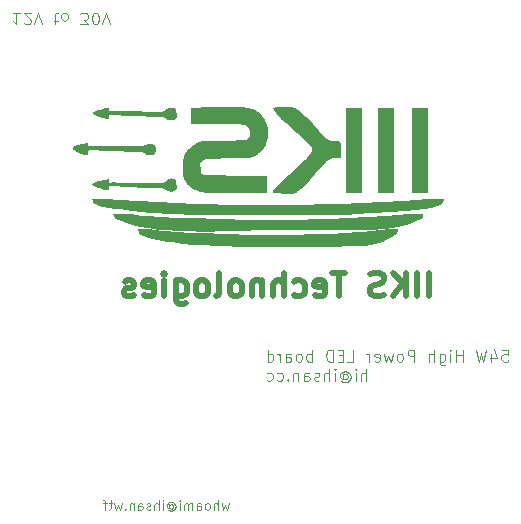
<source format=gbr>
%TF.GenerationSoftware,KiCad,Pcbnew,9.0.0*%
%TF.CreationDate,2025-08-28T16:21:25-07:00*%
%TF.ProjectId,Simple_12V_Panel,53696d70-6c65-45f3-9132-565f50616e65,rev?*%
%TF.SameCoordinates,Original*%
%TF.FileFunction,Legend,Bot*%
%TF.FilePolarity,Positive*%
%FSLAX46Y46*%
G04 Gerber Fmt 4.6, Leading zero omitted, Abs format (unit mm)*
G04 Created by KiCad (PCBNEW 9.0.0) date 2025-08-28 16:21:25*
%MOMM*%
%LPD*%
G01*
G04 APERTURE LIST*
%ADD10C,0.100000*%
%ADD11C,0.500000*%
%ADD12C,0.000000*%
G04 APERTURE END LIST*
D10*
X124127693Y-81827580D02*
X123556265Y-81827580D01*
X123841979Y-81827580D02*
X123841979Y-82827580D01*
X123841979Y-82827580D02*
X123746741Y-82684723D01*
X123746741Y-82684723D02*
X123651503Y-82589485D01*
X123651503Y-82589485D02*
X123556265Y-82541866D01*
X124508646Y-82732342D02*
X124556265Y-82779961D01*
X124556265Y-82779961D02*
X124651503Y-82827580D01*
X124651503Y-82827580D02*
X124889598Y-82827580D01*
X124889598Y-82827580D02*
X124984836Y-82779961D01*
X124984836Y-82779961D02*
X125032455Y-82732342D01*
X125032455Y-82732342D02*
X125080074Y-82637104D01*
X125080074Y-82637104D02*
X125080074Y-82541866D01*
X125080074Y-82541866D02*
X125032455Y-82399009D01*
X125032455Y-82399009D02*
X124461027Y-81827580D01*
X124461027Y-81827580D02*
X125080074Y-81827580D01*
X125365789Y-82827580D02*
X125699122Y-81827580D01*
X125699122Y-81827580D02*
X126032455Y-82827580D01*
X126984837Y-82494247D02*
X127365789Y-82494247D01*
X127127694Y-82827580D02*
X127127694Y-81970438D01*
X127127694Y-81970438D02*
X127175313Y-81875200D01*
X127175313Y-81875200D02*
X127270551Y-81827580D01*
X127270551Y-81827580D02*
X127365789Y-81827580D01*
X127841980Y-81827580D02*
X127746742Y-81875200D01*
X127746742Y-81875200D02*
X127699123Y-81922819D01*
X127699123Y-81922819D02*
X127651504Y-82018057D01*
X127651504Y-82018057D02*
X127651504Y-82303771D01*
X127651504Y-82303771D02*
X127699123Y-82399009D01*
X127699123Y-82399009D02*
X127746742Y-82446628D01*
X127746742Y-82446628D02*
X127841980Y-82494247D01*
X127841980Y-82494247D02*
X127984837Y-82494247D01*
X127984837Y-82494247D02*
X128080075Y-82446628D01*
X128080075Y-82446628D02*
X128127694Y-82399009D01*
X128127694Y-82399009D02*
X128175313Y-82303771D01*
X128175313Y-82303771D02*
X128175313Y-82018057D01*
X128175313Y-82018057D02*
X128127694Y-81922819D01*
X128127694Y-81922819D02*
X128080075Y-81875200D01*
X128080075Y-81875200D02*
X127984837Y-81827580D01*
X127984837Y-81827580D02*
X127841980Y-81827580D01*
X129270552Y-82827580D02*
X129889599Y-82827580D01*
X129889599Y-82827580D02*
X129556266Y-82446628D01*
X129556266Y-82446628D02*
X129699123Y-82446628D01*
X129699123Y-82446628D02*
X129794361Y-82399009D01*
X129794361Y-82399009D02*
X129841980Y-82351390D01*
X129841980Y-82351390D02*
X129889599Y-82256152D01*
X129889599Y-82256152D02*
X129889599Y-82018057D01*
X129889599Y-82018057D02*
X129841980Y-81922819D01*
X129841980Y-81922819D02*
X129794361Y-81875200D01*
X129794361Y-81875200D02*
X129699123Y-81827580D01*
X129699123Y-81827580D02*
X129413409Y-81827580D01*
X129413409Y-81827580D02*
X129318171Y-81875200D01*
X129318171Y-81875200D02*
X129270552Y-81922819D01*
X130508647Y-82827580D02*
X130603885Y-82827580D01*
X130603885Y-82827580D02*
X130699123Y-82779961D01*
X130699123Y-82779961D02*
X130746742Y-82732342D01*
X130746742Y-82732342D02*
X130794361Y-82637104D01*
X130794361Y-82637104D02*
X130841980Y-82446628D01*
X130841980Y-82446628D02*
X130841980Y-82208533D01*
X130841980Y-82208533D02*
X130794361Y-82018057D01*
X130794361Y-82018057D02*
X130746742Y-81922819D01*
X130746742Y-81922819D02*
X130699123Y-81875200D01*
X130699123Y-81875200D02*
X130603885Y-81827580D01*
X130603885Y-81827580D02*
X130508647Y-81827580D01*
X130508647Y-81827580D02*
X130413409Y-81875200D01*
X130413409Y-81875200D02*
X130365790Y-81922819D01*
X130365790Y-81922819D02*
X130318171Y-82018057D01*
X130318171Y-82018057D02*
X130270552Y-82208533D01*
X130270552Y-82208533D02*
X130270552Y-82446628D01*
X130270552Y-82446628D02*
X130318171Y-82637104D01*
X130318171Y-82637104D02*
X130365790Y-82732342D01*
X130365790Y-82732342D02*
X130413409Y-82779961D01*
X130413409Y-82779961D02*
X130508647Y-82827580D01*
X131127695Y-82827580D02*
X131461028Y-81827580D01*
X131461028Y-81827580D02*
X131794361Y-82827580D01*
X164961029Y-110362475D02*
X165437219Y-110362475D01*
X165437219Y-110362475D02*
X165484838Y-110838665D01*
X165484838Y-110838665D02*
X165437219Y-110791046D01*
X165437219Y-110791046D02*
X165341981Y-110743427D01*
X165341981Y-110743427D02*
X165103886Y-110743427D01*
X165103886Y-110743427D02*
X165008648Y-110791046D01*
X165008648Y-110791046D02*
X164961029Y-110838665D01*
X164961029Y-110838665D02*
X164913410Y-110933903D01*
X164913410Y-110933903D02*
X164913410Y-111171998D01*
X164913410Y-111171998D02*
X164961029Y-111267236D01*
X164961029Y-111267236D02*
X165008648Y-111314856D01*
X165008648Y-111314856D02*
X165103886Y-111362475D01*
X165103886Y-111362475D02*
X165341981Y-111362475D01*
X165341981Y-111362475D02*
X165437219Y-111314856D01*
X165437219Y-111314856D02*
X165484838Y-111267236D01*
X164056267Y-110695808D02*
X164056267Y-111362475D01*
X164294362Y-110314856D02*
X164532457Y-111029141D01*
X164532457Y-111029141D02*
X163913410Y-111029141D01*
X163627695Y-110362475D02*
X163389600Y-111362475D01*
X163389600Y-111362475D02*
X163199124Y-110648189D01*
X163199124Y-110648189D02*
X163008648Y-111362475D01*
X163008648Y-111362475D02*
X162770553Y-110362475D01*
X161627695Y-111362475D02*
X161627695Y-110362475D01*
X161627695Y-110838665D02*
X161056267Y-110838665D01*
X161056267Y-111362475D02*
X161056267Y-110362475D01*
X160580076Y-111362475D02*
X160580076Y-110695808D01*
X160580076Y-110362475D02*
X160627695Y-110410094D01*
X160627695Y-110410094D02*
X160580076Y-110457713D01*
X160580076Y-110457713D02*
X160532457Y-110410094D01*
X160532457Y-110410094D02*
X160580076Y-110362475D01*
X160580076Y-110362475D02*
X160580076Y-110457713D01*
X159675315Y-110695808D02*
X159675315Y-111505332D01*
X159675315Y-111505332D02*
X159722934Y-111600570D01*
X159722934Y-111600570D02*
X159770553Y-111648189D01*
X159770553Y-111648189D02*
X159865791Y-111695808D01*
X159865791Y-111695808D02*
X160008648Y-111695808D01*
X160008648Y-111695808D02*
X160103886Y-111648189D01*
X159675315Y-111314856D02*
X159770553Y-111362475D01*
X159770553Y-111362475D02*
X159961029Y-111362475D01*
X159961029Y-111362475D02*
X160056267Y-111314856D01*
X160056267Y-111314856D02*
X160103886Y-111267236D01*
X160103886Y-111267236D02*
X160151505Y-111171998D01*
X160151505Y-111171998D02*
X160151505Y-110886284D01*
X160151505Y-110886284D02*
X160103886Y-110791046D01*
X160103886Y-110791046D02*
X160056267Y-110743427D01*
X160056267Y-110743427D02*
X159961029Y-110695808D01*
X159961029Y-110695808D02*
X159770553Y-110695808D01*
X159770553Y-110695808D02*
X159675315Y-110743427D01*
X159199124Y-111362475D02*
X159199124Y-110362475D01*
X158770553Y-111362475D02*
X158770553Y-110838665D01*
X158770553Y-110838665D02*
X158818172Y-110743427D01*
X158818172Y-110743427D02*
X158913410Y-110695808D01*
X158913410Y-110695808D02*
X159056267Y-110695808D01*
X159056267Y-110695808D02*
X159151505Y-110743427D01*
X159151505Y-110743427D02*
X159199124Y-110791046D01*
X157532457Y-111362475D02*
X157532457Y-110362475D01*
X157532457Y-110362475D02*
X157151505Y-110362475D01*
X157151505Y-110362475D02*
X157056267Y-110410094D01*
X157056267Y-110410094D02*
X157008648Y-110457713D01*
X157008648Y-110457713D02*
X156961029Y-110552951D01*
X156961029Y-110552951D02*
X156961029Y-110695808D01*
X156961029Y-110695808D02*
X157008648Y-110791046D01*
X157008648Y-110791046D02*
X157056267Y-110838665D01*
X157056267Y-110838665D02*
X157151505Y-110886284D01*
X157151505Y-110886284D02*
X157532457Y-110886284D01*
X156389600Y-111362475D02*
X156484838Y-111314856D01*
X156484838Y-111314856D02*
X156532457Y-111267236D01*
X156532457Y-111267236D02*
X156580076Y-111171998D01*
X156580076Y-111171998D02*
X156580076Y-110886284D01*
X156580076Y-110886284D02*
X156532457Y-110791046D01*
X156532457Y-110791046D02*
X156484838Y-110743427D01*
X156484838Y-110743427D02*
X156389600Y-110695808D01*
X156389600Y-110695808D02*
X156246743Y-110695808D01*
X156246743Y-110695808D02*
X156151505Y-110743427D01*
X156151505Y-110743427D02*
X156103886Y-110791046D01*
X156103886Y-110791046D02*
X156056267Y-110886284D01*
X156056267Y-110886284D02*
X156056267Y-111171998D01*
X156056267Y-111171998D02*
X156103886Y-111267236D01*
X156103886Y-111267236D02*
X156151505Y-111314856D01*
X156151505Y-111314856D02*
X156246743Y-111362475D01*
X156246743Y-111362475D02*
X156389600Y-111362475D01*
X155722933Y-110695808D02*
X155532457Y-111362475D01*
X155532457Y-111362475D02*
X155341981Y-110886284D01*
X155341981Y-110886284D02*
X155151505Y-111362475D01*
X155151505Y-111362475D02*
X154961029Y-110695808D01*
X154199124Y-111314856D02*
X154294362Y-111362475D01*
X154294362Y-111362475D02*
X154484838Y-111362475D01*
X154484838Y-111362475D02*
X154580076Y-111314856D01*
X154580076Y-111314856D02*
X154627695Y-111219617D01*
X154627695Y-111219617D02*
X154627695Y-110838665D01*
X154627695Y-110838665D02*
X154580076Y-110743427D01*
X154580076Y-110743427D02*
X154484838Y-110695808D01*
X154484838Y-110695808D02*
X154294362Y-110695808D01*
X154294362Y-110695808D02*
X154199124Y-110743427D01*
X154199124Y-110743427D02*
X154151505Y-110838665D01*
X154151505Y-110838665D02*
X154151505Y-110933903D01*
X154151505Y-110933903D02*
X154627695Y-111029141D01*
X153722933Y-111362475D02*
X153722933Y-110695808D01*
X153722933Y-110886284D02*
X153675314Y-110791046D01*
X153675314Y-110791046D02*
X153627695Y-110743427D01*
X153627695Y-110743427D02*
X153532457Y-110695808D01*
X153532457Y-110695808D02*
X153437219Y-110695808D01*
X151865790Y-111362475D02*
X152341980Y-111362475D01*
X152341980Y-111362475D02*
X152341980Y-110362475D01*
X151532456Y-110838665D02*
X151199123Y-110838665D01*
X151056266Y-111362475D02*
X151532456Y-111362475D01*
X151532456Y-111362475D02*
X151532456Y-110362475D01*
X151532456Y-110362475D02*
X151056266Y-110362475D01*
X150627694Y-111362475D02*
X150627694Y-110362475D01*
X150627694Y-110362475D02*
X150389599Y-110362475D01*
X150389599Y-110362475D02*
X150246742Y-110410094D01*
X150246742Y-110410094D02*
X150151504Y-110505332D01*
X150151504Y-110505332D02*
X150103885Y-110600570D01*
X150103885Y-110600570D02*
X150056266Y-110791046D01*
X150056266Y-110791046D02*
X150056266Y-110933903D01*
X150056266Y-110933903D02*
X150103885Y-111124379D01*
X150103885Y-111124379D02*
X150151504Y-111219617D01*
X150151504Y-111219617D02*
X150246742Y-111314856D01*
X150246742Y-111314856D02*
X150389599Y-111362475D01*
X150389599Y-111362475D02*
X150627694Y-111362475D01*
X148865789Y-111362475D02*
X148865789Y-110362475D01*
X148865789Y-110743427D02*
X148770551Y-110695808D01*
X148770551Y-110695808D02*
X148580075Y-110695808D01*
X148580075Y-110695808D02*
X148484837Y-110743427D01*
X148484837Y-110743427D02*
X148437218Y-110791046D01*
X148437218Y-110791046D02*
X148389599Y-110886284D01*
X148389599Y-110886284D02*
X148389599Y-111171998D01*
X148389599Y-111171998D02*
X148437218Y-111267236D01*
X148437218Y-111267236D02*
X148484837Y-111314856D01*
X148484837Y-111314856D02*
X148580075Y-111362475D01*
X148580075Y-111362475D02*
X148770551Y-111362475D01*
X148770551Y-111362475D02*
X148865789Y-111314856D01*
X147818170Y-111362475D02*
X147913408Y-111314856D01*
X147913408Y-111314856D02*
X147961027Y-111267236D01*
X147961027Y-111267236D02*
X148008646Y-111171998D01*
X148008646Y-111171998D02*
X148008646Y-110886284D01*
X148008646Y-110886284D02*
X147961027Y-110791046D01*
X147961027Y-110791046D02*
X147913408Y-110743427D01*
X147913408Y-110743427D02*
X147818170Y-110695808D01*
X147818170Y-110695808D02*
X147675313Y-110695808D01*
X147675313Y-110695808D02*
X147580075Y-110743427D01*
X147580075Y-110743427D02*
X147532456Y-110791046D01*
X147532456Y-110791046D02*
X147484837Y-110886284D01*
X147484837Y-110886284D02*
X147484837Y-111171998D01*
X147484837Y-111171998D02*
X147532456Y-111267236D01*
X147532456Y-111267236D02*
X147580075Y-111314856D01*
X147580075Y-111314856D02*
X147675313Y-111362475D01*
X147675313Y-111362475D02*
X147818170Y-111362475D01*
X146627694Y-111362475D02*
X146627694Y-110838665D01*
X146627694Y-110838665D02*
X146675313Y-110743427D01*
X146675313Y-110743427D02*
X146770551Y-110695808D01*
X146770551Y-110695808D02*
X146961027Y-110695808D01*
X146961027Y-110695808D02*
X147056265Y-110743427D01*
X146627694Y-111314856D02*
X146722932Y-111362475D01*
X146722932Y-111362475D02*
X146961027Y-111362475D01*
X146961027Y-111362475D02*
X147056265Y-111314856D01*
X147056265Y-111314856D02*
X147103884Y-111219617D01*
X147103884Y-111219617D02*
X147103884Y-111124379D01*
X147103884Y-111124379D02*
X147056265Y-111029141D01*
X147056265Y-111029141D02*
X146961027Y-110981522D01*
X146961027Y-110981522D02*
X146722932Y-110981522D01*
X146722932Y-110981522D02*
X146627694Y-110933903D01*
X146151503Y-111362475D02*
X146151503Y-110695808D01*
X146151503Y-110886284D02*
X146103884Y-110791046D01*
X146103884Y-110791046D02*
X146056265Y-110743427D01*
X146056265Y-110743427D02*
X145961027Y-110695808D01*
X145961027Y-110695808D02*
X145865789Y-110695808D01*
X145103884Y-111362475D02*
X145103884Y-110362475D01*
X145103884Y-111314856D02*
X145199122Y-111362475D01*
X145199122Y-111362475D02*
X145389598Y-111362475D01*
X145389598Y-111362475D02*
X145484836Y-111314856D01*
X145484836Y-111314856D02*
X145532455Y-111267236D01*
X145532455Y-111267236D02*
X145580074Y-111171998D01*
X145580074Y-111171998D02*
X145580074Y-110886284D01*
X145580074Y-110886284D02*
X145532455Y-110791046D01*
X145532455Y-110791046D02*
X145484836Y-110743427D01*
X145484836Y-110743427D02*
X145389598Y-110695808D01*
X145389598Y-110695808D02*
X145199122Y-110695808D01*
X145199122Y-110695808D02*
X145103884Y-110743427D01*
X153484835Y-112972419D02*
X153484835Y-111972419D01*
X153056264Y-112972419D02*
X153056264Y-112448609D01*
X153056264Y-112448609D02*
X153103883Y-112353371D01*
X153103883Y-112353371D02*
X153199121Y-112305752D01*
X153199121Y-112305752D02*
X153341978Y-112305752D01*
X153341978Y-112305752D02*
X153437216Y-112353371D01*
X153437216Y-112353371D02*
X153484835Y-112400990D01*
X152580073Y-112972419D02*
X152580073Y-112305752D01*
X152580073Y-111972419D02*
X152627692Y-112020038D01*
X152627692Y-112020038D02*
X152580073Y-112067657D01*
X152580073Y-112067657D02*
X152532454Y-112020038D01*
X152532454Y-112020038D02*
X152580073Y-111972419D01*
X152580073Y-111972419D02*
X152580073Y-112067657D01*
X151484836Y-112496228D02*
X151532455Y-112448609D01*
X151532455Y-112448609D02*
X151627693Y-112400990D01*
X151627693Y-112400990D02*
X151722931Y-112400990D01*
X151722931Y-112400990D02*
X151818169Y-112448609D01*
X151818169Y-112448609D02*
X151865788Y-112496228D01*
X151865788Y-112496228D02*
X151913407Y-112591466D01*
X151913407Y-112591466D02*
X151913407Y-112686704D01*
X151913407Y-112686704D02*
X151865788Y-112781942D01*
X151865788Y-112781942D02*
X151818169Y-112829561D01*
X151818169Y-112829561D02*
X151722931Y-112877180D01*
X151722931Y-112877180D02*
X151627693Y-112877180D01*
X151627693Y-112877180D02*
X151532455Y-112829561D01*
X151532455Y-112829561D02*
X151484836Y-112781942D01*
X151484836Y-112400990D02*
X151484836Y-112781942D01*
X151484836Y-112781942D02*
X151437217Y-112829561D01*
X151437217Y-112829561D02*
X151389598Y-112829561D01*
X151389598Y-112829561D02*
X151294359Y-112781942D01*
X151294359Y-112781942D02*
X151246740Y-112686704D01*
X151246740Y-112686704D02*
X151246740Y-112448609D01*
X151246740Y-112448609D02*
X151341979Y-112305752D01*
X151341979Y-112305752D02*
X151484836Y-112210514D01*
X151484836Y-112210514D02*
X151675312Y-112162895D01*
X151675312Y-112162895D02*
X151865788Y-112210514D01*
X151865788Y-112210514D02*
X152008645Y-112305752D01*
X152008645Y-112305752D02*
X152103883Y-112448609D01*
X152103883Y-112448609D02*
X152151502Y-112639085D01*
X152151502Y-112639085D02*
X152103883Y-112829561D01*
X152103883Y-112829561D02*
X152008645Y-112972419D01*
X152008645Y-112972419D02*
X151865788Y-113067657D01*
X151865788Y-113067657D02*
X151675312Y-113115276D01*
X151675312Y-113115276D02*
X151484836Y-113067657D01*
X151484836Y-113067657D02*
X151341979Y-112972419D01*
X150818169Y-112972419D02*
X150818169Y-112305752D01*
X150818169Y-111972419D02*
X150865788Y-112020038D01*
X150865788Y-112020038D02*
X150818169Y-112067657D01*
X150818169Y-112067657D02*
X150770550Y-112020038D01*
X150770550Y-112020038D02*
X150818169Y-111972419D01*
X150818169Y-111972419D02*
X150818169Y-112067657D01*
X150341979Y-112972419D02*
X150341979Y-111972419D01*
X149913408Y-112972419D02*
X149913408Y-112448609D01*
X149913408Y-112448609D02*
X149961027Y-112353371D01*
X149961027Y-112353371D02*
X150056265Y-112305752D01*
X150056265Y-112305752D02*
X150199122Y-112305752D01*
X150199122Y-112305752D02*
X150294360Y-112353371D01*
X150294360Y-112353371D02*
X150341979Y-112400990D01*
X149484836Y-112924800D02*
X149389598Y-112972419D01*
X149389598Y-112972419D02*
X149199122Y-112972419D01*
X149199122Y-112972419D02*
X149103884Y-112924800D01*
X149103884Y-112924800D02*
X149056265Y-112829561D01*
X149056265Y-112829561D02*
X149056265Y-112781942D01*
X149056265Y-112781942D02*
X149103884Y-112686704D01*
X149103884Y-112686704D02*
X149199122Y-112639085D01*
X149199122Y-112639085D02*
X149341979Y-112639085D01*
X149341979Y-112639085D02*
X149437217Y-112591466D01*
X149437217Y-112591466D02*
X149484836Y-112496228D01*
X149484836Y-112496228D02*
X149484836Y-112448609D01*
X149484836Y-112448609D02*
X149437217Y-112353371D01*
X149437217Y-112353371D02*
X149341979Y-112305752D01*
X149341979Y-112305752D02*
X149199122Y-112305752D01*
X149199122Y-112305752D02*
X149103884Y-112353371D01*
X148199122Y-112972419D02*
X148199122Y-112448609D01*
X148199122Y-112448609D02*
X148246741Y-112353371D01*
X148246741Y-112353371D02*
X148341979Y-112305752D01*
X148341979Y-112305752D02*
X148532455Y-112305752D01*
X148532455Y-112305752D02*
X148627693Y-112353371D01*
X148199122Y-112924800D02*
X148294360Y-112972419D01*
X148294360Y-112972419D02*
X148532455Y-112972419D01*
X148532455Y-112972419D02*
X148627693Y-112924800D01*
X148627693Y-112924800D02*
X148675312Y-112829561D01*
X148675312Y-112829561D02*
X148675312Y-112734323D01*
X148675312Y-112734323D02*
X148627693Y-112639085D01*
X148627693Y-112639085D02*
X148532455Y-112591466D01*
X148532455Y-112591466D02*
X148294360Y-112591466D01*
X148294360Y-112591466D02*
X148199122Y-112543847D01*
X147722931Y-112305752D02*
X147722931Y-112972419D01*
X147722931Y-112400990D02*
X147675312Y-112353371D01*
X147675312Y-112353371D02*
X147580074Y-112305752D01*
X147580074Y-112305752D02*
X147437217Y-112305752D01*
X147437217Y-112305752D02*
X147341979Y-112353371D01*
X147341979Y-112353371D02*
X147294360Y-112448609D01*
X147294360Y-112448609D02*
X147294360Y-112972419D01*
X146818169Y-112877180D02*
X146770550Y-112924800D01*
X146770550Y-112924800D02*
X146818169Y-112972419D01*
X146818169Y-112972419D02*
X146865788Y-112924800D01*
X146865788Y-112924800D02*
X146818169Y-112877180D01*
X146818169Y-112877180D02*
X146818169Y-112972419D01*
X145913408Y-112924800D02*
X146008646Y-112972419D01*
X146008646Y-112972419D02*
X146199122Y-112972419D01*
X146199122Y-112972419D02*
X146294360Y-112924800D01*
X146294360Y-112924800D02*
X146341979Y-112877180D01*
X146341979Y-112877180D02*
X146389598Y-112781942D01*
X146389598Y-112781942D02*
X146389598Y-112496228D01*
X146389598Y-112496228D02*
X146341979Y-112400990D01*
X146341979Y-112400990D02*
X146294360Y-112353371D01*
X146294360Y-112353371D02*
X146199122Y-112305752D01*
X146199122Y-112305752D02*
X146008646Y-112305752D01*
X146008646Y-112305752D02*
X145913408Y-112353371D01*
X145056265Y-112924800D02*
X145151503Y-112972419D01*
X145151503Y-112972419D02*
X145341979Y-112972419D01*
X145341979Y-112972419D02*
X145437217Y-112924800D01*
X145437217Y-112924800D02*
X145484836Y-112877180D01*
X145484836Y-112877180D02*
X145532455Y-112781942D01*
X145532455Y-112781942D02*
X145532455Y-112496228D01*
X145532455Y-112496228D02*
X145484836Y-112400990D01*
X145484836Y-112400990D02*
X145437217Y-112353371D01*
X145437217Y-112353371D02*
X145341979Y-112305752D01*
X145341979Y-112305752D02*
X145151503Y-112305752D01*
X145151503Y-112305752D02*
X145056265Y-112353371D01*
X141819925Y-123363561D02*
X141667544Y-123896895D01*
X141667544Y-123896895D02*
X141515163Y-123515942D01*
X141515163Y-123515942D02*
X141362782Y-123896895D01*
X141362782Y-123896895D02*
X141210401Y-123363561D01*
X140905639Y-123896895D02*
X140905639Y-123096895D01*
X140562782Y-123896895D02*
X140562782Y-123477847D01*
X140562782Y-123477847D02*
X140600877Y-123401657D01*
X140600877Y-123401657D02*
X140677068Y-123363561D01*
X140677068Y-123363561D02*
X140791354Y-123363561D01*
X140791354Y-123363561D02*
X140867544Y-123401657D01*
X140867544Y-123401657D02*
X140905639Y-123439752D01*
X140067544Y-123896895D02*
X140143734Y-123858800D01*
X140143734Y-123858800D02*
X140181829Y-123820704D01*
X140181829Y-123820704D02*
X140219925Y-123744514D01*
X140219925Y-123744514D02*
X140219925Y-123515942D01*
X140219925Y-123515942D02*
X140181829Y-123439752D01*
X140181829Y-123439752D02*
X140143734Y-123401657D01*
X140143734Y-123401657D02*
X140067544Y-123363561D01*
X140067544Y-123363561D02*
X139953258Y-123363561D01*
X139953258Y-123363561D02*
X139877067Y-123401657D01*
X139877067Y-123401657D02*
X139838972Y-123439752D01*
X139838972Y-123439752D02*
X139800877Y-123515942D01*
X139800877Y-123515942D02*
X139800877Y-123744514D01*
X139800877Y-123744514D02*
X139838972Y-123820704D01*
X139838972Y-123820704D02*
X139877067Y-123858800D01*
X139877067Y-123858800D02*
X139953258Y-123896895D01*
X139953258Y-123896895D02*
X140067544Y-123896895D01*
X139115162Y-123896895D02*
X139115162Y-123477847D01*
X139115162Y-123477847D02*
X139153257Y-123401657D01*
X139153257Y-123401657D02*
X139229448Y-123363561D01*
X139229448Y-123363561D02*
X139381829Y-123363561D01*
X139381829Y-123363561D02*
X139458019Y-123401657D01*
X139115162Y-123858800D02*
X139191353Y-123896895D01*
X139191353Y-123896895D02*
X139381829Y-123896895D01*
X139381829Y-123896895D02*
X139458019Y-123858800D01*
X139458019Y-123858800D02*
X139496115Y-123782609D01*
X139496115Y-123782609D02*
X139496115Y-123706419D01*
X139496115Y-123706419D02*
X139458019Y-123630228D01*
X139458019Y-123630228D02*
X139381829Y-123592133D01*
X139381829Y-123592133D02*
X139191353Y-123592133D01*
X139191353Y-123592133D02*
X139115162Y-123554038D01*
X138734209Y-123896895D02*
X138734209Y-123363561D01*
X138734209Y-123439752D02*
X138696114Y-123401657D01*
X138696114Y-123401657D02*
X138619924Y-123363561D01*
X138619924Y-123363561D02*
X138505638Y-123363561D01*
X138505638Y-123363561D02*
X138429447Y-123401657D01*
X138429447Y-123401657D02*
X138391352Y-123477847D01*
X138391352Y-123477847D02*
X138391352Y-123896895D01*
X138391352Y-123477847D02*
X138353257Y-123401657D01*
X138353257Y-123401657D02*
X138277066Y-123363561D01*
X138277066Y-123363561D02*
X138162781Y-123363561D01*
X138162781Y-123363561D02*
X138086590Y-123401657D01*
X138086590Y-123401657D02*
X138048495Y-123477847D01*
X138048495Y-123477847D02*
X138048495Y-123896895D01*
X137667542Y-123896895D02*
X137667542Y-123363561D01*
X137667542Y-123096895D02*
X137705638Y-123134990D01*
X137705638Y-123134990D02*
X137667542Y-123173085D01*
X137667542Y-123173085D02*
X137629447Y-123134990D01*
X137629447Y-123134990D02*
X137667542Y-123096895D01*
X137667542Y-123096895D02*
X137667542Y-123173085D01*
X136791352Y-123515942D02*
X136829447Y-123477847D01*
X136829447Y-123477847D02*
X136905638Y-123439752D01*
X136905638Y-123439752D02*
X136981828Y-123439752D01*
X136981828Y-123439752D02*
X137058019Y-123477847D01*
X137058019Y-123477847D02*
X137096114Y-123515942D01*
X137096114Y-123515942D02*
X137134209Y-123592133D01*
X137134209Y-123592133D02*
X137134209Y-123668323D01*
X137134209Y-123668323D02*
X137096114Y-123744514D01*
X137096114Y-123744514D02*
X137058019Y-123782609D01*
X137058019Y-123782609D02*
X136981828Y-123820704D01*
X136981828Y-123820704D02*
X136905638Y-123820704D01*
X136905638Y-123820704D02*
X136829447Y-123782609D01*
X136829447Y-123782609D02*
X136791352Y-123744514D01*
X136791352Y-123439752D02*
X136791352Y-123744514D01*
X136791352Y-123744514D02*
X136753257Y-123782609D01*
X136753257Y-123782609D02*
X136715162Y-123782609D01*
X136715162Y-123782609D02*
X136638971Y-123744514D01*
X136638971Y-123744514D02*
X136600876Y-123668323D01*
X136600876Y-123668323D02*
X136600876Y-123477847D01*
X136600876Y-123477847D02*
X136677067Y-123363561D01*
X136677067Y-123363561D02*
X136791352Y-123287371D01*
X136791352Y-123287371D02*
X136943733Y-123249276D01*
X136943733Y-123249276D02*
X137096114Y-123287371D01*
X137096114Y-123287371D02*
X137210400Y-123363561D01*
X137210400Y-123363561D02*
X137286590Y-123477847D01*
X137286590Y-123477847D02*
X137324686Y-123630228D01*
X137324686Y-123630228D02*
X137286590Y-123782609D01*
X137286590Y-123782609D02*
X137210400Y-123896895D01*
X137210400Y-123896895D02*
X137096114Y-123973085D01*
X137096114Y-123973085D02*
X136943733Y-124011180D01*
X136943733Y-124011180D02*
X136791352Y-123973085D01*
X136791352Y-123973085D02*
X136677067Y-123896895D01*
X136258019Y-123896895D02*
X136258019Y-123363561D01*
X136258019Y-123096895D02*
X136296115Y-123134990D01*
X136296115Y-123134990D02*
X136258019Y-123173085D01*
X136258019Y-123173085D02*
X136219924Y-123134990D01*
X136219924Y-123134990D02*
X136258019Y-123096895D01*
X136258019Y-123096895D02*
X136258019Y-123173085D01*
X135877067Y-123896895D02*
X135877067Y-123096895D01*
X135534210Y-123896895D02*
X135534210Y-123477847D01*
X135534210Y-123477847D02*
X135572305Y-123401657D01*
X135572305Y-123401657D02*
X135648496Y-123363561D01*
X135648496Y-123363561D02*
X135762782Y-123363561D01*
X135762782Y-123363561D02*
X135838972Y-123401657D01*
X135838972Y-123401657D02*
X135877067Y-123439752D01*
X135191353Y-123858800D02*
X135115162Y-123896895D01*
X135115162Y-123896895D02*
X134962781Y-123896895D01*
X134962781Y-123896895D02*
X134886591Y-123858800D01*
X134886591Y-123858800D02*
X134848495Y-123782609D01*
X134848495Y-123782609D02*
X134848495Y-123744514D01*
X134848495Y-123744514D02*
X134886591Y-123668323D01*
X134886591Y-123668323D02*
X134962781Y-123630228D01*
X134962781Y-123630228D02*
X135077067Y-123630228D01*
X135077067Y-123630228D02*
X135153257Y-123592133D01*
X135153257Y-123592133D02*
X135191353Y-123515942D01*
X135191353Y-123515942D02*
X135191353Y-123477847D01*
X135191353Y-123477847D02*
X135153257Y-123401657D01*
X135153257Y-123401657D02*
X135077067Y-123363561D01*
X135077067Y-123363561D02*
X134962781Y-123363561D01*
X134962781Y-123363561D02*
X134886591Y-123401657D01*
X134162781Y-123896895D02*
X134162781Y-123477847D01*
X134162781Y-123477847D02*
X134200876Y-123401657D01*
X134200876Y-123401657D02*
X134277067Y-123363561D01*
X134277067Y-123363561D02*
X134429448Y-123363561D01*
X134429448Y-123363561D02*
X134505638Y-123401657D01*
X134162781Y-123858800D02*
X134238972Y-123896895D01*
X134238972Y-123896895D02*
X134429448Y-123896895D01*
X134429448Y-123896895D02*
X134505638Y-123858800D01*
X134505638Y-123858800D02*
X134543734Y-123782609D01*
X134543734Y-123782609D02*
X134543734Y-123706419D01*
X134543734Y-123706419D02*
X134505638Y-123630228D01*
X134505638Y-123630228D02*
X134429448Y-123592133D01*
X134429448Y-123592133D02*
X134238972Y-123592133D01*
X134238972Y-123592133D02*
X134162781Y-123554038D01*
X133781828Y-123363561D02*
X133781828Y-123896895D01*
X133781828Y-123439752D02*
X133743733Y-123401657D01*
X133743733Y-123401657D02*
X133667543Y-123363561D01*
X133667543Y-123363561D02*
X133553257Y-123363561D01*
X133553257Y-123363561D02*
X133477066Y-123401657D01*
X133477066Y-123401657D02*
X133438971Y-123477847D01*
X133438971Y-123477847D02*
X133438971Y-123896895D01*
X133058018Y-123820704D02*
X133019923Y-123858800D01*
X133019923Y-123858800D02*
X133058018Y-123896895D01*
X133058018Y-123896895D02*
X133096114Y-123858800D01*
X133096114Y-123858800D02*
X133058018Y-123820704D01*
X133058018Y-123820704D02*
X133058018Y-123896895D01*
X132753257Y-123363561D02*
X132600876Y-123896895D01*
X132600876Y-123896895D02*
X132448495Y-123515942D01*
X132448495Y-123515942D02*
X132296114Y-123896895D01*
X132296114Y-123896895D02*
X132143733Y-123363561D01*
X131953257Y-123363561D02*
X131648495Y-123363561D01*
X131838971Y-123096895D02*
X131838971Y-123782609D01*
X131838971Y-123782609D02*
X131800876Y-123858800D01*
X131800876Y-123858800D02*
X131724686Y-123896895D01*
X131724686Y-123896895D02*
X131648495Y-123896895D01*
X131496114Y-123363561D02*
X131191352Y-123363561D01*
X131381828Y-123896895D02*
X131381828Y-123211180D01*
X131381828Y-123211180D02*
X131343733Y-123134990D01*
X131343733Y-123134990D02*
X131267543Y-123096895D01*
X131267543Y-123096895D02*
X131191352Y-123096895D01*
D11*
X158744862Y-105829238D02*
X158744862Y-103829238D01*
X157792481Y-105829238D02*
X157792481Y-103829238D01*
X156840100Y-105829238D02*
X156840100Y-103829238D01*
X155697243Y-105829238D02*
X156554386Y-104686380D01*
X155697243Y-103829238D02*
X156840100Y-104972095D01*
X154935338Y-105734000D02*
X154649624Y-105829238D01*
X154649624Y-105829238D02*
X154173433Y-105829238D01*
X154173433Y-105829238D02*
X153982957Y-105734000D01*
X153982957Y-105734000D02*
X153887719Y-105638761D01*
X153887719Y-105638761D02*
X153792481Y-105448285D01*
X153792481Y-105448285D02*
X153792481Y-105257809D01*
X153792481Y-105257809D02*
X153887719Y-105067333D01*
X153887719Y-105067333D02*
X153982957Y-104972095D01*
X153982957Y-104972095D02*
X154173433Y-104876857D01*
X154173433Y-104876857D02*
X154554386Y-104781619D01*
X154554386Y-104781619D02*
X154744862Y-104686380D01*
X154744862Y-104686380D02*
X154840100Y-104591142D01*
X154840100Y-104591142D02*
X154935338Y-104400666D01*
X154935338Y-104400666D02*
X154935338Y-104210190D01*
X154935338Y-104210190D02*
X154840100Y-104019714D01*
X154840100Y-104019714D02*
X154744862Y-103924476D01*
X154744862Y-103924476D02*
X154554386Y-103829238D01*
X154554386Y-103829238D02*
X154078195Y-103829238D01*
X154078195Y-103829238D02*
X153792481Y-103924476D01*
X151697242Y-103829238D02*
X150554385Y-103829238D01*
X151125814Y-105829238D02*
X151125814Y-103829238D01*
X149125813Y-105734000D02*
X149316289Y-105829238D01*
X149316289Y-105829238D02*
X149697242Y-105829238D01*
X149697242Y-105829238D02*
X149887718Y-105734000D01*
X149887718Y-105734000D02*
X149982956Y-105543523D01*
X149982956Y-105543523D02*
X149982956Y-104781619D01*
X149982956Y-104781619D02*
X149887718Y-104591142D01*
X149887718Y-104591142D02*
X149697242Y-104495904D01*
X149697242Y-104495904D02*
X149316289Y-104495904D01*
X149316289Y-104495904D02*
X149125813Y-104591142D01*
X149125813Y-104591142D02*
X149030575Y-104781619D01*
X149030575Y-104781619D02*
X149030575Y-104972095D01*
X149030575Y-104972095D02*
X149982956Y-105162571D01*
X147316289Y-105734000D02*
X147506765Y-105829238D01*
X147506765Y-105829238D02*
X147887718Y-105829238D01*
X147887718Y-105829238D02*
X148078194Y-105734000D01*
X148078194Y-105734000D02*
X148173432Y-105638761D01*
X148173432Y-105638761D02*
X148268670Y-105448285D01*
X148268670Y-105448285D02*
X148268670Y-104876857D01*
X148268670Y-104876857D02*
X148173432Y-104686380D01*
X148173432Y-104686380D02*
X148078194Y-104591142D01*
X148078194Y-104591142D02*
X147887718Y-104495904D01*
X147887718Y-104495904D02*
X147506765Y-104495904D01*
X147506765Y-104495904D02*
X147316289Y-104591142D01*
X146459146Y-105829238D02*
X146459146Y-103829238D01*
X145602003Y-105829238D02*
X145602003Y-104781619D01*
X145602003Y-104781619D02*
X145697241Y-104591142D01*
X145697241Y-104591142D02*
X145887717Y-104495904D01*
X145887717Y-104495904D02*
X146173432Y-104495904D01*
X146173432Y-104495904D02*
X146363908Y-104591142D01*
X146363908Y-104591142D02*
X146459146Y-104686380D01*
X144649622Y-104495904D02*
X144649622Y-105829238D01*
X144649622Y-104686380D02*
X144554384Y-104591142D01*
X144554384Y-104591142D02*
X144363908Y-104495904D01*
X144363908Y-104495904D02*
X144078193Y-104495904D01*
X144078193Y-104495904D02*
X143887717Y-104591142D01*
X143887717Y-104591142D02*
X143792479Y-104781619D01*
X143792479Y-104781619D02*
X143792479Y-105829238D01*
X142554384Y-105829238D02*
X142744860Y-105734000D01*
X142744860Y-105734000D02*
X142840098Y-105638761D01*
X142840098Y-105638761D02*
X142935336Y-105448285D01*
X142935336Y-105448285D02*
X142935336Y-104876857D01*
X142935336Y-104876857D02*
X142840098Y-104686380D01*
X142840098Y-104686380D02*
X142744860Y-104591142D01*
X142744860Y-104591142D02*
X142554384Y-104495904D01*
X142554384Y-104495904D02*
X142268669Y-104495904D01*
X142268669Y-104495904D02*
X142078193Y-104591142D01*
X142078193Y-104591142D02*
X141982955Y-104686380D01*
X141982955Y-104686380D02*
X141887717Y-104876857D01*
X141887717Y-104876857D02*
X141887717Y-105448285D01*
X141887717Y-105448285D02*
X141982955Y-105638761D01*
X141982955Y-105638761D02*
X142078193Y-105734000D01*
X142078193Y-105734000D02*
X142268669Y-105829238D01*
X142268669Y-105829238D02*
X142554384Y-105829238D01*
X140744860Y-105829238D02*
X140935336Y-105734000D01*
X140935336Y-105734000D02*
X141030574Y-105543523D01*
X141030574Y-105543523D02*
X141030574Y-103829238D01*
X139697241Y-105829238D02*
X139887717Y-105734000D01*
X139887717Y-105734000D02*
X139982955Y-105638761D01*
X139982955Y-105638761D02*
X140078193Y-105448285D01*
X140078193Y-105448285D02*
X140078193Y-104876857D01*
X140078193Y-104876857D02*
X139982955Y-104686380D01*
X139982955Y-104686380D02*
X139887717Y-104591142D01*
X139887717Y-104591142D02*
X139697241Y-104495904D01*
X139697241Y-104495904D02*
X139411526Y-104495904D01*
X139411526Y-104495904D02*
X139221050Y-104591142D01*
X139221050Y-104591142D02*
X139125812Y-104686380D01*
X139125812Y-104686380D02*
X139030574Y-104876857D01*
X139030574Y-104876857D02*
X139030574Y-105448285D01*
X139030574Y-105448285D02*
X139125812Y-105638761D01*
X139125812Y-105638761D02*
X139221050Y-105734000D01*
X139221050Y-105734000D02*
X139411526Y-105829238D01*
X139411526Y-105829238D02*
X139697241Y-105829238D01*
X137316288Y-104495904D02*
X137316288Y-106114952D01*
X137316288Y-106114952D02*
X137411526Y-106305428D01*
X137411526Y-106305428D02*
X137506764Y-106400666D01*
X137506764Y-106400666D02*
X137697241Y-106495904D01*
X137697241Y-106495904D02*
X137982955Y-106495904D01*
X137982955Y-106495904D02*
X138173431Y-106400666D01*
X137316288Y-105734000D02*
X137506764Y-105829238D01*
X137506764Y-105829238D02*
X137887717Y-105829238D01*
X137887717Y-105829238D02*
X138078193Y-105734000D01*
X138078193Y-105734000D02*
X138173431Y-105638761D01*
X138173431Y-105638761D02*
X138268669Y-105448285D01*
X138268669Y-105448285D02*
X138268669Y-104876857D01*
X138268669Y-104876857D02*
X138173431Y-104686380D01*
X138173431Y-104686380D02*
X138078193Y-104591142D01*
X138078193Y-104591142D02*
X137887717Y-104495904D01*
X137887717Y-104495904D02*
X137506764Y-104495904D01*
X137506764Y-104495904D02*
X137316288Y-104591142D01*
X136363907Y-105829238D02*
X136363907Y-104495904D01*
X136363907Y-103829238D02*
X136459145Y-103924476D01*
X136459145Y-103924476D02*
X136363907Y-104019714D01*
X136363907Y-104019714D02*
X136268669Y-103924476D01*
X136268669Y-103924476D02*
X136363907Y-103829238D01*
X136363907Y-103829238D02*
X136363907Y-104019714D01*
X134649621Y-105734000D02*
X134840097Y-105829238D01*
X134840097Y-105829238D02*
X135221050Y-105829238D01*
X135221050Y-105829238D02*
X135411526Y-105734000D01*
X135411526Y-105734000D02*
X135506764Y-105543523D01*
X135506764Y-105543523D02*
X135506764Y-104781619D01*
X135506764Y-104781619D02*
X135411526Y-104591142D01*
X135411526Y-104591142D02*
X135221050Y-104495904D01*
X135221050Y-104495904D02*
X134840097Y-104495904D01*
X134840097Y-104495904D02*
X134649621Y-104591142D01*
X134649621Y-104591142D02*
X134554383Y-104781619D01*
X134554383Y-104781619D02*
X134554383Y-104972095D01*
X134554383Y-104972095D02*
X135506764Y-105162571D01*
X133792478Y-105734000D02*
X133602002Y-105829238D01*
X133602002Y-105829238D02*
X133221050Y-105829238D01*
X133221050Y-105829238D02*
X133030573Y-105734000D01*
X133030573Y-105734000D02*
X132935335Y-105543523D01*
X132935335Y-105543523D02*
X132935335Y-105448285D01*
X132935335Y-105448285D02*
X133030573Y-105257809D01*
X133030573Y-105257809D02*
X133221050Y-105162571D01*
X133221050Y-105162571D02*
X133506764Y-105162571D01*
X133506764Y-105162571D02*
X133697240Y-105067333D01*
X133697240Y-105067333D02*
X133792478Y-104876857D01*
X133792478Y-104876857D02*
X133792478Y-104781619D01*
X133792478Y-104781619D02*
X133697240Y-104591142D01*
X133697240Y-104591142D02*
X133506764Y-104495904D01*
X133506764Y-104495904D02*
X133221050Y-104495904D01*
X133221050Y-104495904D02*
X133030573Y-104591142D01*
D12*
G36*
X155848785Y-97054948D02*
G01*
X154472952Y-97054948D01*
X154472952Y-89858282D01*
X155848785Y-89858282D01*
X155848785Y-97054948D01*
G37*
G36*
X159740020Y-97685814D02*
G01*
X159976285Y-97689948D01*
X159976285Y-97901615D01*
X159023785Y-98007448D01*
X159023785Y-97795781D01*
X159103780Y-97756507D01*
X159138894Y-97740668D01*
X159172613Y-97727155D01*
X159206332Y-97715812D01*
X159241446Y-97706485D01*
X159279351Y-97699017D01*
X159321441Y-97693255D01*
X159369112Y-97689044D01*
X159423760Y-97686228D01*
X159559566Y-97684161D01*
X159740020Y-97685814D01*
G37*
G36*
X156156447Y-100190732D02*
G01*
X156148121Y-100243513D01*
X156140066Y-100287418D01*
X156135752Y-100307593D01*
X156131042Y-100327409D01*
X156125779Y-100347487D01*
X156119808Y-100368447D01*
X156105126Y-100415492D01*
X156085754Y-100473505D01*
X156060451Y-100547447D01*
X155955337Y-100595594D01*
X155851209Y-100640030D01*
X155747835Y-100680931D01*
X155644984Y-100718471D01*
X155542422Y-100752827D01*
X155439920Y-100784175D01*
X155337244Y-100812689D01*
X155234163Y-100838545D01*
X155130446Y-100861919D01*
X155025860Y-100882986D01*
X154813154Y-100918903D01*
X154594192Y-100947700D01*
X154367118Y-100970781D01*
X154478214Y-100901429D01*
X154565363Y-100845396D01*
X154602284Y-100820436D01*
X154636008Y-100796480D01*
X154667467Y-100772753D01*
X154697590Y-100748479D01*
X154727308Y-100722885D01*
X154757551Y-100695194D01*
X154789249Y-100664631D01*
X154823332Y-100630422D01*
X154902374Y-100547962D01*
X155002118Y-100441614D01*
X153520452Y-100441614D01*
X153520452Y-100335782D01*
X154181004Y-100269421D01*
X154842075Y-100214207D01*
X155503793Y-100166863D01*
X156166285Y-100124115D01*
X156156447Y-100190732D01*
G37*
G36*
X153097118Y-97054948D02*
G01*
X151721285Y-97054948D01*
X151721285Y-89858282D01*
X153097118Y-89858282D01*
X153097118Y-97054948D01*
G37*
G36*
X133054502Y-99059672D02*
G01*
X133105806Y-99062365D01*
X133156760Y-99066819D01*
X133207535Y-99073323D01*
X133258301Y-99082166D01*
X133309228Y-99093639D01*
X133360486Y-99108030D01*
X133412247Y-99125630D01*
X133464679Y-99146728D01*
X133517954Y-99171614D01*
X133644889Y-99169782D01*
X133768161Y-99166277D01*
X133888478Y-99164088D01*
X133947748Y-99164420D01*
X134006545Y-99166202D01*
X134064956Y-99169806D01*
X134123070Y-99175607D01*
X134180975Y-99183977D01*
X134238759Y-99195291D01*
X134296510Y-99209921D01*
X134354318Y-99228242D01*
X134412269Y-99250626D01*
X134470454Y-99277448D01*
X134470454Y-99489115D01*
X134184373Y-99496556D01*
X133808994Y-99502344D01*
X133648576Y-99505033D01*
X133497914Y-99504575D01*
X133425530Y-99502282D01*
X133354730Y-99498143D01*
X133285231Y-99491803D01*
X133216748Y-99482910D01*
X133148995Y-99471110D01*
X133081689Y-99456050D01*
X133014545Y-99437377D01*
X132947278Y-99414738D01*
X132879603Y-99387778D01*
X132811236Y-99356146D01*
X132741892Y-99319487D01*
X132671287Y-99277448D01*
X132671287Y-99065781D01*
X132896791Y-99059258D01*
X133002679Y-99058449D01*
X133054502Y-99059672D01*
G37*
G36*
X157118785Y-99489115D02*
G01*
X156917867Y-99496556D01*
X156655764Y-99502344D01*
X156395315Y-99509786D01*
X156319304Y-99502549D01*
X156287736Y-99498807D01*
X156259600Y-99494528D01*
X156234249Y-99489372D01*
X156222416Y-99486359D01*
X156211038Y-99482999D01*
X156200034Y-99479250D01*
X156189322Y-99475068D01*
X156178823Y-99470413D01*
X156168455Y-99465240D01*
X156158138Y-99459508D01*
X156147792Y-99453173D01*
X156137335Y-99446194D01*
X156126686Y-99438528D01*
X156104493Y-99420964D01*
X156080567Y-99400141D01*
X156054262Y-99375718D01*
X156024932Y-99347355D01*
X155954618Y-99277448D01*
X157012952Y-99171614D01*
X157118785Y-99489115D01*
G37*
G36*
X146569614Y-89798004D02*
G01*
X146677275Y-89803858D01*
X146782091Y-89812991D01*
X146884253Y-89825494D01*
X146983951Y-89841459D01*
X147081378Y-89860977D01*
X147176723Y-89884139D01*
X147270179Y-89911036D01*
X147361936Y-89941759D01*
X147452186Y-89976400D01*
X147541119Y-90015049D01*
X147628926Y-90057798D01*
X147715800Y-90104738D01*
X147801930Y-90155960D01*
X147887509Y-90211556D01*
X147972726Y-90271616D01*
X148057774Y-90336232D01*
X148142843Y-90405495D01*
X148228125Y-90479496D01*
X148400090Y-90642076D01*
X148575199Y-90824704D01*
X148754980Y-91028107D01*
X148924397Y-91226642D01*
X149095652Y-91423458D01*
X149268520Y-91618864D01*
X149442778Y-91813165D01*
X149611646Y-91997686D01*
X149741736Y-92139484D01*
X149805314Y-92206626D01*
X149868596Y-92270963D01*
X149932095Y-92332271D01*
X149996325Y-92390327D01*
X150061797Y-92444906D01*
X150129024Y-92495784D01*
X150198518Y-92542736D01*
X150270793Y-92585539D01*
X150346360Y-92623967D01*
X150425732Y-92657798D01*
X150509422Y-92686806D01*
X150597942Y-92710767D01*
X150691805Y-92729458D01*
X150791523Y-92742653D01*
X151192119Y-92715782D01*
X151227072Y-92751278D01*
X151241254Y-92766748D01*
X151253465Y-92781469D01*
X151263877Y-92796018D01*
X151272659Y-92810972D01*
X151279982Y-92826908D01*
X151286015Y-92844404D01*
X151290929Y-92864037D01*
X151294894Y-92886382D01*
X151298081Y-92912019D01*
X151300659Y-92941524D01*
X151304669Y-93014445D01*
X151308287Y-93109763D01*
X151304566Y-93463230D01*
X151301684Y-93777427D01*
X151297952Y-94091615D01*
X151189020Y-94092935D01*
X151080108Y-94095760D01*
X150971230Y-94099812D01*
X150862397Y-94104818D01*
X150775524Y-94115944D01*
X150694295Y-94129076D01*
X150618176Y-94144432D01*
X150546633Y-94162228D01*
X150479132Y-94182682D01*
X150415140Y-94206011D01*
X150354122Y-94232430D01*
X150295545Y-94262158D01*
X150238875Y-94295412D01*
X150183578Y-94332407D01*
X150129120Y-94373361D01*
X150074967Y-94418491D01*
X150020585Y-94468014D01*
X149965441Y-94522147D01*
X149909000Y-94581107D01*
X149850729Y-94645110D01*
X149769605Y-94741345D01*
X149687386Y-94836658D01*
X149604133Y-94931071D01*
X149519907Y-95024606D01*
X149382748Y-95175587D01*
X149246509Y-95327312D01*
X149111050Y-95479735D01*
X148976233Y-95632813D01*
X148678834Y-95980588D01*
X148527697Y-96152032D01*
X148373420Y-96320302D01*
X148214866Y-96484242D01*
X148133631Y-96564226D01*
X148050900Y-96642694D01*
X147966532Y-96719500D01*
X147880384Y-96794500D01*
X147792315Y-96867549D01*
X147702183Y-96938502D01*
X147501767Y-97045416D01*
X147414828Y-97087869D01*
X147332595Y-97123214D01*
X147251965Y-97151620D01*
X147169833Y-97173258D01*
X147083095Y-97188299D01*
X146988646Y-97196914D01*
X146883383Y-97199273D01*
X146764199Y-97195546D01*
X146627993Y-97185905D01*
X146471658Y-97170520D01*
X146086187Y-97123199D01*
X145582952Y-97054948D01*
X145582952Y-96843282D01*
X145703440Y-96707711D01*
X145827531Y-96575111D01*
X145954770Y-96445238D01*
X146084702Y-96317853D01*
X146216872Y-96192713D01*
X146350826Y-96069578D01*
X146486110Y-95948206D01*
X146622268Y-95828356D01*
X146781128Y-95691758D01*
X146938311Y-95553739D01*
X147093948Y-95414306D01*
X147248172Y-95273471D01*
X147401114Y-95131242D01*
X147552905Y-94987627D01*
X147853562Y-94696281D01*
X148056806Y-94495104D01*
X148255502Y-94300543D01*
X148442933Y-94113526D01*
X148486695Y-94069268D01*
X148528463Y-94025288D01*
X148568355Y-93981428D01*
X148606488Y-93937531D01*
X148642978Y-93893441D01*
X148677945Y-93849000D01*
X148711504Y-93804051D01*
X148743775Y-93758439D01*
X148774873Y-93712004D01*
X148804917Y-93664591D01*
X148834025Y-93616044D01*
X148862313Y-93566203D01*
X148889898Y-93514914D01*
X148916900Y-93462018D01*
X148943434Y-93407360D01*
X148969619Y-93350781D01*
X148523810Y-92896710D01*
X148075278Y-92444944D01*
X147847956Y-92222250D01*
X147617511Y-92002920D01*
X147383128Y-91787885D01*
X147143993Y-91578073D01*
X146698297Y-91196764D01*
X146479156Y-90999789D01*
X146372289Y-90898700D01*
X146267901Y-90795486D01*
X146166499Y-90689857D01*
X146068592Y-90581520D01*
X145974687Y-90470182D01*
X145885291Y-90355554D01*
X145800911Y-90237341D01*
X145722057Y-90115253D01*
X145649235Y-89988997D01*
X145582952Y-89858282D01*
X145853188Y-89826637D01*
X146106691Y-89805556D01*
X146344990Y-89795769D01*
X146569614Y-89798004D01*
G37*
G36*
X153732118Y-98536614D02*
G01*
X153593616Y-98491459D01*
X153458449Y-98445041D01*
X153325838Y-98396882D01*
X153195002Y-98346506D01*
X153065159Y-98293435D01*
X152935529Y-98237192D01*
X152805332Y-98177300D01*
X152673785Y-98113281D01*
X153837952Y-98113281D01*
X153732118Y-98536614D01*
G37*
G36*
X148365625Y-90756211D02*
G01*
X148413890Y-90813055D01*
X148455335Y-90863698D01*
X148494919Y-90914341D01*
X148537604Y-90971185D01*
X148652119Y-91128282D01*
X147699619Y-90916615D01*
X147911286Y-90810782D01*
X147911286Y-90599115D01*
X148228786Y-90599115D01*
X148365625Y-90756211D01*
G37*
G36*
X157938037Y-98951292D02*
G01*
X157986229Y-98953550D01*
X158028083Y-98956020D01*
X158046846Y-98957390D01*
X158064279Y-98958879D01*
X158080468Y-98960508D01*
X158095495Y-98962299D01*
X158109447Y-98964274D01*
X158122409Y-98966456D01*
X158134465Y-98968865D01*
X158145699Y-98971523D01*
X158156197Y-98974453D01*
X158166043Y-98977676D01*
X158175323Y-98981214D01*
X158184120Y-98985088D01*
X158192521Y-98989321D01*
X158200608Y-98993934D01*
X158208468Y-98998950D01*
X158216186Y-99004389D01*
X158223845Y-99010274D01*
X158231530Y-99016627D01*
X158239327Y-99023469D01*
X158247321Y-99030822D01*
X158264235Y-99047148D01*
X158282951Y-99065781D01*
X158212683Y-99135778D01*
X158183461Y-99164356D01*
X158157365Y-99189197D01*
X158133783Y-99210710D01*
X158112104Y-99229303D01*
X158091717Y-99245384D01*
X158072008Y-99259361D01*
X158052368Y-99271642D01*
X158032184Y-99282636D01*
X158010844Y-99292751D01*
X157987737Y-99302394D01*
X157962251Y-99311975D01*
X157933775Y-99321900D01*
X157865406Y-99344420D01*
X157634722Y-99396510D01*
X157224618Y-99489115D01*
X157118785Y-99065781D01*
X157224334Y-99030822D01*
X157308334Y-99004389D01*
X157344821Y-98993934D01*
X157379002Y-98985088D01*
X157411903Y-98977676D01*
X157444553Y-98971523D01*
X157477978Y-98966456D01*
X157513205Y-98962299D01*
X157551262Y-98958879D01*
X157593175Y-98956020D01*
X157692677Y-98951292D01*
X157819931Y-98946720D01*
X157938037Y-98951292D01*
G37*
G36*
X131612952Y-96737448D02*
G01*
X131388056Y-96750678D01*
X131303338Y-96746095D01*
X131220688Y-96739640D01*
X131140026Y-96731065D01*
X131061275Y-96720124D01*
X130984359Y-96706568D01*
X130909199Y-96690151D01*
X130835717Y-96670624D01*
X130763837Y-96647739D01*
X130693480Y-96621251D01*
X130624569Y-96590910D01*
X130557026Y-96556470D01*
X130490774Y-96517683D01*
X130425735Y-96474301D01*
X130361831Y-96426078D01*
X130298985Y-96372765D01*
X130237119Y-96314115D01*
X130322681Y-96275673D01*
X130407472Y-96240820D01*
X130491669Y-96209318D01*
X130575450Y-96180930D01*
X130658992Y-96155417D01*
X130742473Y-96132543D01*
X130826070Y-96112070D01*
X130909960Y-96093759D01*
X131079332Y-96062676D01*
X131252008Y-96037392D01*
X131429408Y-96016005D01*
X131612952Y-95996615D01*
X131612952Y-96737448D01*
G37*
G36*
X145053785Y-97054948D02*
G01*
X143155814Y-97060116D01*
X142381493Y-97061562D01*
X141239555Y-97064829D01*
X140878330Y-97065283D01*
X140527183Y-97066939D01*
X140199819Y-97066963D01*
X140077724Y-97065626D01*
X139958835Y-97060873D01*
X139842905Y-97052507D01*
X139729684Y-97040332D01*
X139618925Y-97024152D01*
X139510381Y-97003771D01*
X139403802Y-96978993D01*
X139298940Y-96949623D01*
X139195549Y-96915463D01*
X139093379Y-96876318D01*
X138992182Y-96831992D01*
X138891711Y-96782288D01*
X138791717Y-96727012D01*
X138691953Y-96665966D01*
X138592170Y-96598954D01*
X138492120Y-96525781D01*
X138425922Y-96457843D01*
X138364696Y-96390284D01*
X138308251Y-96322799D01*
X138256398Y-96255083D01*
X138208946Y-96186831D01*
X138165707Y-96117736D01*
X138126491Y-96047494D01*
X138091108Y-95975798D01*
X138059368Y-95902343D01*
X138031081Y-95826824D01*
X138006059Y-95748935D01*
X137987037Y-95679115D01*
X139021285Y-95679115D01*
X139021285Y-96419948D01*
X139232952Y-96419948D01*
X139232952Y-96737448D01*
X139656286Y-96737448D01*
X139656286Y-96949115D01*
X144947951Y-96949115D01*
X144947951Y-95784948D01*
X143190127Y-95790115D01*
X142474097Y-95791563D01*
X141416213Y-95794830D01*
X141082555Y-95795284D01*
X140756158Y-95796938D01*
X140454429Y-95796963D01*
X140334215Y-95796603D01*
X140214002Y-95794679D01*
X140093842Y-95790894D01*
X139973786Y-95784948D01*
X139820883Y-95740662D01*
X139699974Y-95707730D01*
X139648028Y-95695134D01*
X139599894Y-95684911D01*
X139554178Y-95676907D01*
X139509484Y-95670966D01*
X139464416Y-95666934D01*
X139417580Y-95664654D01*
X139367579Y-95663973D01*
X139313020Y-95664735D01*
X139184643Y-95669969D01*
X139021285Y-95679115D01*
X137987037Y-95679115D01*
X137984110Y-95668370D01*
X137965046Y-95584824D01*
X137948678Y-95497992D01*
X137934814Y-95407568D01*
X137923266Y-95313246D01*
X137918724Y-95063911D01*
X137917744Y-94818483D01*
X137920575Y-94697533D01*
X137926679Y-94577918D01*
X137936850Y-94459757D01*
X137951882Y-94343169D01*
X137972571Y-94228274D01*
X137999709Y-94115190D01*
X138034092Y-94004038D01*
X138076513Y-93894936D01*
X138127766Y-93788004D01*
X138156953Y-93735389D01*
X138188646Y-93683361D01*
X138222945Y-93631936D01*
X138259948Y-93581127D01*
X138299755Y-93530950D01*
X138342464Y-93481420D01*
X138531806Y-93324323D01*
X138580553Y-93283436D01*
X138628141Y-93245184D01*
X138674865Y-93209463D01*
X138721024Y-93176166D01*
X138766913Y-93145190D01*
X138812829Y-93116428D01*
X138859070Y-93089776D01*
X138905931Y-93065128D01*
X138953710Y-93042378D01*
X139002704Y-93021421D01*
X139053209Y-93002153D01*
X139105521Y-92984468D01*
X139159938Y-92968260D01*
X139216757Y-92953424D01*
X139276274Y-92939856D01*
X139338785Y-92927448D01*
X139127119Y-93033282D01*
X139127119Y-93350781D01*
X138809620Y-93350781D01*
X138769196Y-93454371D01*
X138752905Y-93497525D01*
X138739022Y-93536160D01*
X138727391Y-93571204D01*
X138717858Y-93603588D01*
X138710268Y-93634243D01*
X138704465Y-93664098D01*
X138700294Y-93694084D01*
X138697601Y-93725131D01*
X138696230Y-93758169D01*
X138696027Y-93794128D01*
X138696836Y-93833939D01*
X138698502Y-93878531D01*
X138703786Y-93985781D01*
X138805710Y-94028467D01*
X138848058Y-94045469D01*
X138885829Y-94059696D01*
X138919894Y-94071234D01*
X138951128Y-94080172D01*
X138980402Y-94086599D01*
X139008591Y-94090602D01*
X139036567Y-94092270D01*
X139065203Y-94091691D01*
X139095372Y-94088952D01*
X139127947Y-94084143D01*
X139163802Y-94077351D01*
X139203808Y-94068664D01*
X139299770Y-94045959D01*
X139431796Y-94025641D01*
X139561911Y-94009382D01*
X139690811Y-93996765D01*
X139819190Y-93987376D01*
X139947743Y-93980800D01*
X140077166Y-93976620D01*
X140208152Y-93974422D01*
X140341396Y-93973791D01*
X140598037Y-93975446D01*
X141422431Y-93977798D01*
X141994593Y-93979968D01*
X143677952Y-93985781D01*
X143677952Y-94091615D01*
X142419527Y-94124068D01*
X141905244Y-94137917D01*
X141148307Y-94157297D01*
X140908095Y-94163962D01*
X140590790Y-94169002D01*
X140432179Y-94173248D01*
X140274155Y-94181696D01*
X140195493Y-94188211D01*
X140117134Y-94196635D01*
X140039132Y-94207254D01*
X139961537Y-94220353D01*
X139884403Y-94236220D01*
X139807781Y-94255139D01*
X139731725Y-94277398D01*
X139656286Y-94303282D01*
X139578958Y-94366184D01*
X139547679Y-94392602D01*
X139520871Y-94416525D01*
X139498192Y-94438598D01*
X139488295Y-94449143D01*
X139479303Y-94459468D01*
X139471173Y-94469653D01*
X139463863Y-94479779D01*
X139457330Y-94489927D01*
X139451531Y-94500178D01*
X139446424Y-94510612D01*
X139441968Y-94521310D01*
X139438118Y-94532352D01*
X139434832Y-94543820D01*
X139432069Y-94555794D01*
X139429784Y-94568354D01*
X139426484Y-94595558D01*
X139424590Y-94626076D01*
X139423763Y-94660556D01*
X139423948Y-94743978D01*
X139431390Y-95004427D01*
X139437140Y-95235963D01*
X139444619Y-95467448D01*
X139528965Y-95490850D01*
X139612055Y-95511965D01*
X139694453Y-95530782D01*
X139776720Y-95547290D01*
X139859419Y-95561480D01*
X139943113Y-95573339D01*
X140028363Y-95582858D01*
X140115734Y-95590026D01*
X140392055Y-95595011D01*
X140706577Y-95601408D01*
X141043694Y-95606768D01*
X142115516Y-95626483D01*
X142861413Y-95639712D01*
X144584460Y-95671079D01*
X145053785Y-95679115D01*
X145053785Y-95784948D01*
X145053785Y-97054948D01*
G37*
G36*
X134465902Y-100123430D02*
G01*
X134621149Y-100127575D01*
X134775969Y-100134559D01*
X134930654Y-100144270D01*
X135085497Y-100156595D01*
X135240791Y-100171420D01*
X135396830Y-100188632D01*
X136428749Y-100299258D01*
X137461813Y-100389294D01*
X138495886Y-100461417D01*
X139530835Y-100518300D01*
X141602812Y-100597046D01*
X143676661Y-100646925D01*
X143995452Y-100653281D01*
X143995452Y-100759114D01*
X141936663Y-100764282D01*
X141098264Y-100765729D01*
X139859203Y-100768996D01*
X139468597Y-100769451D01*
X139086079Y-100771105D01*
X138732983Y-100771129D01*
X138593345Y-100770782D01*
X138453708Y-100768882D01*
X138314118Y-100765102D01*
X138174619Y-100759114D01*
X137950817Y-100693411D01*
X137773878Y-100643618D01*
X137697886Y-100623834D01*
X137627496Y-100607002D01*
X137560669Y-100592782D01*
X137495367Y-100580832D01*
X137429552Y-100570809D01*
X137361185Y-100562374D01*
X137288230Y-100555183D01*
X137208648Y-100548896D01*
X137021448Y-100537665D01*
X136783283Y-100525951D01*
X136080199Y-100457634D01*
X135621392Y-100412227D01*
X135402695Y-100391179D01*
X135222787Y-100374373D01*
X135042720Y-100359235D01*
X134862496Y-100346220D01*
X134682120Y-100335782D01*
X134576285Y-100441614D01*
X135866993Y-100761029D01*
X136335768Y-100867928D01*
X136755575Y-100952348D01*
X137177978Y-101023833D01*
X137654542Y-101091930D01*
X138976404Y-101256139D01*
X139232952Y-101288281D01*
X139232952Y-101394115D01*
X138970439Y-101399959D01*
X138710170Y-101398942D01*
X138451514Y-101391342D01*
X138193838Y-101377435D01*
X137936512Y-101357500D01*
X137678904Y-101331814D01*
X137420382Y-101300656D01*
X137160314Y-101264304D01*
X136805401Y-101208907D01*
X136154753Y-101116025D01*
X135824926Y-101061916D01*
X135496365Y-100997120D01*
X135333559Y-100959408D01*
X135172269Y-100917456D01*
X135012897Y-100870742D01*
X134855841Y-100818743D01*
X134701502Y-100760937D01*
X134550280Y-100696801D01*
X134402575Y-100625812D01*
X134258787Y-100547447D01*
X134230915Y-100472590D01*
X134209708Y-100413923D01*
X134201216Y-100389110D01*
X134193924Y-100366486D01*
X134187679Y-100345428D01*
X134182324Y-100325317D01*
X134177705Y-100305534D01*
X134173667Y-100285457D01*
X134170054Y-100264467D01*
X134166713Y-100241944D01*
X134160221Y-100189817D01*
X134152952Y-100124115D01*
X134309934Y-100122239D01*
X134465902Y-100123430D01*
G37*
G36*
X149540877Y-91939735D02*
G01*
X149686065Y-92106023D01*
X149759135Y-92184380D01*
X149833322Y-92259028D01*
X149909227Y-92329577D01*
X149987451Y-92395637D01*
X150068594Y-92456818D01*
X150153257Y-92512732D01*
X150242041Y-92562989D01*
X150288166Y-92585874D01*
X150335546Y-92607198D01*
X150384256Y-92626914D01*
X150434372Y-92644972D01*
X150485968Y-92661324D01*
X150539120Y-92675920D01*
X150593903Y-92688713D01*
X150650391Y-92699653D01*
X150708660Y-92708692D01*
X150768785Y-92715782D01*
X151192119Y-92715782D01*
X151192119Y-92821615D01*
X149922118Y-92821615D01*
X149710452Y-92398282D01*
X149538473Y-92232917D01*
X149490439Y-92182080D01*
X149471006Y-92160291D01*
X149454343Y-92140003D01*
X149440239Y-92120529D01*
X149428479Y-92101181D01*
X149418851Y-92081271D01*
X149411142Y-92060111D01*
X149405138Y-92037013D01*
X149400626Y-92011290D01*
X149397393Y-91982253D01*
X149395226Y-91949214D01*
X149393911Y-91911485D01*
X149393236Y-91868379D01*
X149392952Y-91763282D01*
X149540877Y-91939735D01*
G37*
G36*
X131647679Y-90069535D02*
G01*
X131661322Y-90113408D01*
X131672485Y-90152631D01*
X131681166Y-90188133D01*
X131687368Y-90220844D01*
X131691088Y-90251695D01*
X131692329Y-90281615D01*
X131691088Y-90311536D01*
X131687368Y-90342387D01*
X131681166Y-90375098D01*
X131672485Y-90410600D01*
X131661322Y-90449822D01*
X131647679Y-90493695D01*
X131612952Y-90599115D01*
X130660453Y-90387448D01*
X130766285Y-90069948D01*
X131612952Y-89964115D01*
X131647679Y-90069535D01*
G37*
G36*
X134021014Y-97927068D02*
G01*
X134069432Y-97930139D01*
X134119095Y-97935490D01*
X134170402Y-97943185D01*
X134223751Y-97953291D01*
X134279537Y-97965870D01*
X134338160Y-97980990D01*
X134416967Y-98025277D01*
X134449258Y-98044416D01*
X134477480Y-98062432D01*
X134502136Y-98079982D01*
X134523730Y-98097727D01*
X134542767Y-98116324D01*
X134551483Y-98126148D01*
X134559749Y-98136433D01*
X134575181Y-98158712D01*
X134589567Y-98183820D01*
X134603410Y-98212416D01*
X134617214Y-98245160D01*
X134631483Y-98282709D01*
X134646722Y-98325723D01*
X134682120Y-98430782D01*
X133412119Y-98430782D01*
X133517954Y-98007448D01*
X133630851Y-97976773D01*
X133683606Y-97963946D01*
X133734427Y-97952878D01*
X133783712Y-97943636D01*
X133831860Y-97936283D01*
X133879266Y-97930884D01*
X133926329Y-97927506D01*
X133973446Y-97926212D01*
X134021014Y-97927068D01*
G37*
G36*
X147030328Y-89810420D02*
G01*
X147108599Y-89815691D01*
X147185251Y-89824697D01*
X147260716Y-89838008D01*
X147335429Y-89856195D01*
X147409825Y-89879830D01*
X147484336Y-89909484D01*
X147559398Y-89945728D01*
X147635444Y-89989133D01*
X147712908Y-90040272D01*
X147792223Y-90099714D01*
X148017119Y-90387448D01*
X148134243Y-90519249D01*
X148239430Y-90640353D01*
X148652119Y-91128282D01*
X147699619Y-90916615D01*
X147911286Y-90810782D01*
X147881969Y-90705396D01*
X147869383Y-90661875D01*
X147857638Y-90623400D01*
X147846331Y-90589170D01*
X147835057Y-90558381D01*
X147823411Y-90530233D01*
X147810989Y-90503924D01*
X147797386Y-90478651D01*
X147782198Y-90453613D01*
X147765020Y-90428009D01*
X147745448Y-90401037D01*
X147723077Y-90371894D01*
X147697503Y-90339778D01*
X147635126Y-90263425D01*
X147552231Y-90189222D01*
X147517271Y-90159162D01*
X147485428Y-90133337D01*
X147455795Y-90111404D01*
X147427468Y-90093018D01*
X147399540Y-90077836D01*
X147371105Y-90065514D01*
X147341257Y-90055707D01*
X147309090Y-90048073D01*
X147273699Y-90042266D01*
X147234177Y-90037942D01*
X147189618Y-90034759D01*
X147139117Y-90032371D01*
X147016663Y-90028607D01*
X146614828Y-90043490D01*
X146257572Y-90054976D01*
X146078989Y-90061939D01*
X145900452Y-90069948D01*
X145794619Y-90281615D01*
X145582952Y-89858282D01*
X145908561Y-89843886D01*
X146071405Y-89837673D01*
X146234281Y-89832444D01*
X146502380Y-89825209D01*
X146692365Y-89815246D01*
X146867190Y-89808792D01*
X146950003Y-89808310D01*
X147030328Y-89810420D01*
G37*
G36*
X139127119Y-93033282D02*
G01*
X139127119Y-93350781D01*
X139051269Y-93346867D01*
X139019576Y-93345739D01*
X138991082Y-93345371D01*
X138965069Y-93345917D01*
X138940820Y-93347532D01*
X138917619Y-93350372D01*
X138894748Y-93354592D01*
X138871491Y-93360346D01*
X138847131Y-93367789D01*
X138820949Y-93377078D01*
X138792231Y-93388366D01*
X138760257Y-93401808D01*
X138724312Y-93417561D01*
X138637640Y-93456615D01*
X138386286Y-93562448D01*
X138493856Y-93445039D01*
X138596909Y-93334816D01*
X138647960Y-93282975D01*
X138699344Y-93233620D01*
X138751550Y-93186983D01*
X138805064Y-93143292D01*
X138860373Y-93102778D01*
X138917967Y-93065670D01*
X138978331Y-93032200D01*
X139041954Y-93002596D01*
X139075140Y-92989316D01*
X139109324Y-92977089D01*
X139144566Y-92965944D01*
X139180927Y-92955909D01*
X139218469Y-92947013D01*
X139257252Y-92939285D01*
X139297337Y-92932754D01*
X139338785Y-92927448D01*
X139127119Y-93033282D01*
G37*
G36*
X139454205Y-95674824D02*
G01*
X139514491Y-95679037D01*
X139567094Y-95684892D01*
X139613160Y-95692141D01*
X139653837Y-95700536D01*
X139690271Y-95709829D01*
X139723608Y-95719773D01*
X139754996Y-95730120D01*
X139816511Y-95751032D01*
X139848932Y-95761101D01*
X139883990Y-95770583D01*
X139922833Y-95779229D01*
X139966607Y-95786791D01*
X140016459Y-95793023D01*
X140073536Y-95797675D01*
X140346296Y-95796963D01*
X140654470Y-95796938D01*
X140989538Y-95795284D01*
X142046346Y-95792932D01*
X142783356Y-95790762D01*
X144483303Y-95786627D01*
X144947951Y-95784948D01*
X144947951Y-96949115D01*
X139656286Y-96949115D01*
X139656286Y-96737448D01*
X139232952Y-96737448D01*
X139232952Y-96419948D01*
X139021285Y-96419948D01*
X139021285Y-95679115D01*
X139385088Y-95672500D01*
X139454205Y-95674824D01*
G37*
G36*
X150311004Y-99453217D02*
G01*
X150202157Y-99506205D01*
X150156943Y-99527248D01*
X150116494Y-99545140D01*
X150079777Y-99560242D01*
X150045761Y-99572918D01*
X150013415Y-99583528D01*
X149981706Y-99592434D01*
X149949605Y-99600000D01*
X149916078Y-99606586D01*
X149880095Y-99612554D01*
X149840624Y-99618266D01*
X149747091Y-99630373D01*
X149430159Y-99642490D01*
X149081240Y-99656340D01*
X148718265Y-99667708D01*
X148093283Y-99693610D01*
X147791376Y-99697006D01*
X147642369Y-99693743D01*
X147494395Y-99686194D01*
X147347252Y-99673622D01*
X147200742Y-99655294D01*
X147054665Y-99630474D01*
X146908822Y-99598428D01*
X146763012Y-99558420D01*
X146617035Y-99509716D01*
X146470693Y-99451582D01*
X146323786Y-99383281D01*
X150451285Y-99383281D01*
X150311004Y-99453217D01*
G37*
G36*
X143813706Y-89991814D02*
G01*
X143844557Y-89995534D01*
X143877268Y-90001736D01*
X143912770Y-90010417D01*
X143951992Y-90021579D01*
X143995865Y-90035222D01*
X144101285Y-90069948D01*
X144189440Y-90133685D01*
X144271623Y-90195073D01*
X144348107Y-90254874D01*
X144419167Y-90313849D01*
X144485073Y-90372758D01*
X144546099Y-90432363D01*
X144602518Y-90493425D01*
X144654602Y-90556705D01*
X144702624Y-90622964D01*
X144746856Y-90692963D01*
X144787573Y-90767462D01*
X144825045Y-90847224D01*
X144859546Y-90933010D01*
X144891349Y-91025579D01*
X144920727Y-91125694D01*
X144947951Y-91234115D01*
X144736286Y-91234115D01*
X144571748Y-91084460D01*
X144513043Y-91029476D01*
X144461780Y-90979454D01*
X144411757Y-90928191D01*
X144356773Y-90869486D01*
X144207119Y-90704949D01*
X144207119Y-90493282D01*
X143995452Y-90493282D01*
X143965373Y-90417218D01*
X143952301Y-90386055D01*
X143939908Y-90358826D01*
X143927720Y-90335046D01*
X143915261Y-90314231D01*
X143908781Y-90304784D01*
X143902056Y-90295896D01*
X143895026Y-90287507D01*
X143887632Y-90279557D01*
X143879813Y-90271984D01*
X143871512Y-90264729D01*
X143862668Y-90257730D01*
X143853223Y-90250928D01*
X143832289Y-90237669D01*
X143808236Y-90224468D01*
X143780590Y-90210840D01*
X143748874Y-90196301D01*
X143671337Y-90162553D01*
X143466285Y-90069948D01*
X143571705Y-90035222D01*
X143615578Y-90021579D01*
X143654801Y-90010417D01*
X143690302Y-90001736D01*
X143723014Y-89995534D01*
X143753864Y-89991814D01*
X143783785Y-89990574D01*
X143813706Y-89991814D01*
G37*
G36*
X137099649Y-95879500D02*
G01*
X137152074Y-95888843D01*
X137197393Y-95901060D01*
X137217599Y-95908646D01*
X137236284Y-95917431D01*
X137253530Y-95927574D01*
X137269424Y-95939235D01*
X137284050Y-95952573D01*
X137297492Y-95967750D01*
X137309837Y-95984924D01*
X137321167Y-96004256D01*
X137331569Y-96025905D01*
X137341127Y-96050032D01*
X137358049Y-96106356D01*
X137372612Y-96174508D01*
X137385495Y-96255767D01*
X137397376Y-96351411D01*
X137408932Y-96462720D01*
X137433785Y-96737448D01*
X137222120Y-96949115D01*
X137136440Y-96957797D01*
X137068744Y-96963998D01*
X137012830Y-96967718D01*
X136987353Y-96968649D01*
X136962497Y-96968959D01*
X136937485Y-96968649D01*
X136911544Y-96967718D01*
X136853769Y-96963998D01*
X136782973Y-96957797D01*
X136692953Y-96949115D01*
X136598452Y-96875796D01*
X136559266Y-96846043D01*
X136524415Y-96820415D01*
X136493120Y-96798554D01*
X136464601Y-96780100D01*
X136438078Y-96764694D01*
X136412771Y-96751978D01*
X136387900Y-96741591D01*
X136362684Y-96733176D01*
X136336345Y-96726371D01*
X136308101Y-96720820D01*
X136277173Y-96716162D01*
X136242782Y-96712039D01*
X136160487Y-96703958D01*
X135911941Y-96693988D01*
X135629499Y-96681195D01*
X135325800Y-96670475D01*
X134361957Y-96631046D01*
X133690888Y-96604588D01*
X131718787Y-96525781D01*
X131718787Y-96843282D01*
X131613534Y-96843161D01*
X131531608Y-96842313D01*
X131497380Y-96841389D01*
X131466570Y-96840012D01*
X131438373Y-96838089D01*
X131411983Y-96835530D01*
X131386596Y-96832245D01*
X131361407Y-96828142D01*
X131335611Y-96823131D01*
X131308403Y-96817121D01*
X131246534Y-96801739D01*
X131169361Y-96781270D01*
X130918421Y-96697761D01*
X130810556Y-96662129D01*
X130761454Y-96645145D01*
X130715081Y-96628274D01*
X130671066Y-96611184D01*
X130629043Y-96593546D01*
X130588640Y-96575027D01*
X130549491Y-96555297D01*
X130511225Y-96534025D01*
X130473474Y-96510878D01*
X130435869Y-96485528D01*
X130398040Y-96457641D01*
X130359620Y-96426887D01*
X130320239Y-96392936D01*
X130279529Y-96355455D01*
X130237119Y-96314115D01*
X130327034Y-96274880D01*
X130417250Y-96238145D01*
X130507779Y-96203740D01*
X130598633Y-96171492D01*
X130781367Y-96112790D01*
X130965551Y-96060674D01*
X131151286Y-96013780D01*
X131338671Y-95970743D01*
X131718787Y-95890782D01*
X131718787Y-96208281D01*
X132538673Y-96217164D01*
X133358582Y-96223784D01*
X134027274Y-96228125D01*
X134520605Y-96233873D01*
X135013950Y-96237926D01*
X135325800Y-96239287D01*
X135629499Y-96244253D01*
X135911941Y-96244325D01*
X136016051Y-96245163D01*
X136062635Y-96244997D01*
X136106148Y-96244005D01*
X136147021Y-96241862D01*
X136185685Y-96238240D01*
X136222572Y-96232814D01*
X136258114Y-96225258D01*
X136275515Y-96220579D01*
X136292742Y-96215244D01*
X136309849Y-96209214D01*
X136326888Y-96202447D01*
X136343915Y-96194903D01*
X136360984Y-96186540D01*
X136378147Y-96177318D01*
X136395460Y-96167196D01*
X136412976Y-96156134D01*
X136430750Y-96144090D01*
X136467283Y-96116895D01*
X136505492Y-96085284D01*
X136545809Y-96048932D01*
X136594921Y-95996678D01*
X136615860Y-95975435D01*
X136635217Y-95957088D01*
X136653616Y-95941365D01*
X136671679Y-95927997D01*
X136690028Y-95916713D01*
X136709286Y-95907243D01*
X136730075Y-95899316D01*
X136753018Y-95892662D01*
X136778738Y-95887010D01*
X136807856Y-95882090D01*
X136840995Y-95877632D01*
X136878778Y-95873365D01*
X136970765Y-95864323D01*
X137099649Y-95879500D01*
G37*
G36*
X131612952Y-96737448D02*
G01*
X131295454Y-96737448D01*
X131189619Y-96208281D01*
X130766285Y-96102448D01*
X131612952Y-95996615D01*
X131612952Y-96737448D01*
G37*
G36*
X135528786Y-93668282D02*
G01*
X135217901Y-93674896D01*
X135110711Y-93672506D01*
X135066937Y-93671132D01*
X135028869Y-93669419D01*
X135011778Y-93668383D01*
X134995879Y-93667201D01*
X134981090Y-93665852D01*
X134967335Y-93664316D01*
X134954535Y-93662570D01*
X134942610Y-93660596D01*
X134931482Y-93658373D01*
X134921072Y-93655879D01*
X134911302Y-93653095D01*
X134902092Y-93650000D01*
X134893365Y-93646572D01*
X134885041Y-93642792D01*
X134877041Y-93638639D01*
X134869287Y-93634093D01*
X134861701Y-93629132D01*
X134854202Y-93623737D01*
X134846714Y-93617886D01*
X134839156Y-93611559D01*
X134831451Y-93604735D01*
X134823519Y-93597394D01*
X134806661Y-93581079D01*
X134787952Y-93562448D01*
X134787952Y-93139115D01*
X135422953Y-93139115D01*
X135528786Y-93668282D01*
G37*
G36*
X129919620Y-93139115D02*
G01*
X131569752Y-93144283D01*
X132241337Y-93145729D01*
X133234547Y-93148996D01*
X133547306Y-93149450D01*
X133854313Y-93151106D01*
X134136805Y-93151130D01*
X134246736Y-93150810D01*
X134356668Y-93148961D01*
X134466539Y-93145194D01*
X134521431Y-93142468D01*
X134576285Y-93139115D01*
X134627358Y-93089283D01*
X134650700Y-93068887D01*
X134674233Y-93051090D01*
X134699197Y-93035583D01*
X134726832Y-93022056D01*
X134758378Y-93010198D01*
X134795077Y-92999700D01*
X134838167Y-92990251D01*
X134888889Y-92981541D01*
X134948484Y-92973261D01*
X135018192Y-92965100D01*
X135192906Y-92947896D01*
X135422953Y-92927448D01*
X135492871Y-92997832D01*
X135521261Y-93027326D01*
X135545736Y-93053952D01*
X135566646Y-93078408D01*
X135584339Y-93101391D01*
X135599163Y-93123599D01*
X135605609Y-93134631D01*
X135611469Y-93145730D01*
X135616786Y-93156984D01*
X135621604Y-93168480D01*
X135629917Y-93192549D01*
X135636758Y-93218632D01*
X135642474Y-93247429D01*
X135647416Y-93279636D01*
X135651931Y-93315952D01*
X135661077Y-93403698D01*
X135651931Y-93491445D01*
X135647416Y-93527760D01*
X135642474Y-93559968D01*
X135636758Y-93588765D01*
X135633500Y-93602102D01*
X135629917Y-93614848D01*
X135625966Y-93627091D01*
X135621604Y-93638917D01*
X135616786Y-93650413D01*
X135611469Y-93661667D01*
X135605609Y-93672766D01*
X135599163Y-93683798D01*
X135592088Y-93694848D01*
X135584339Y-93706006D01*
X135575873Y-93717357D01*
X135566646Y-93728989D01*
X135545736Y-93753445D01*
X135521261Y-93780071D01*
X135492871Y-93809565D01*
X135422953Y-93879949D01*
X135337273Y-93888630D01*
X135269577Y-93894831D01*
X135213663Y-93898552D01*
X135188186Y-93899482D01*
X135163330Y-93899792D01*
X135138319Y-93899482D01*
X135112377Y-93898552D01*
X135054603Y-93894831D01*
X134983807Y-93888630D01*
X134893787Y-93879949D01*
X134799287Y-93806629D01*
X134760100Y-93776876D01*
X134725249Y-93751249D01*
X134693954Y-93729387D01*
X134665435Y-93710934D01*
X134638912Y-93695528D01*
X134613604Y-93682811D01*
X134588733Y-93672425D01*
X134563517Y-93664009D01*
X134537178Y-93657205D01*
X134508934Y-93651654D01*
X134478006Y-93646996D01*
X134443615Y-93642872D01*
X134361320Y-93634792D01*
X134112775Y-93624822D01*
X133830332Y-93612029D01*
X133526633Y-93601309D01*
X132562791Y-93561880D01*
X131891721Y-93535421D01*
X129919620Y-93456615D01*
X129919620Y-93879949D01*
X129602119Y-93879949D01*
X129448775Y-93822265D01*
X129301147Y-93764343D01*
X129229524Y-93734362D01*
X129159385Y-93703203D01*
X129090750Y-93670495D01*
X129023637Y-93635865D01*
X128958065Y-93598941D01*
X128894054Y-93559350D01*
X128831620Y-93516720D01*
X128770784Y-93470678D01*
X128711564Y-93420853D01*
X128653979Y-93366871D01*
X128598047Y-93308360D01*
X128543787Y-93244948D01*
X128626706Y-93200693D01*
X128708499Y-93159285D01*
X128789902Y-93120646D01*
X128871650Y-93084701D01*
X128954480Y-93051372D01*
X129039128Y-93020582D01*
X129126329Y-92992253D01*
X129216819Y-92966309D01*
X129469828Y-92914219D01*
X129694626Y-92867441D01*
X129919620Y-92821615D01*
X129919620Y-93139115D01*
G37*
G36*
X139264005Y-99284976D02*
G01*
X140284697Y-99300802D01*
X141305590Y-99322666D01*
X141959504Y-99338065D01*
X143889619Y-99383281D01*
X143889619Y-99489115D01*
X138597953Y-99489115D01*
X138597953Y-100018282D01*
X138685052Y-99997779D01*
X138771442Y-99979908D01*
X138857243Y-99964501D01*
X138942575Y-99951391D01*
X139027559Y-99940411D01*
X139112314Y-99931394D01*
X139281622Y-99918580D01*
X139451461Y-99911615D01*
X139622793Y-99909162D01*
X139973786Y-99912448D01*
X139973786Y-100124115D01*
X137962952Y-100124115D01*
X138280453Y-99912448D01*
X138280453Y-99700781D01*
X138204987Y-99698459D01*
X138131470Y-99691670D01*
X138059750Y-99680683D01*
X137989676Y-99665764D01*
X137921097Y-99647181D01*
X137853862Y-99625201D01*
X137787819Y-99600093D01*
X137722817Y-99572123D01*
X137658704Y-99541559D01*
X137595330Y-99508669D01*
X137532543Y-99473719D01*
X137470192Y-99436978D01*
X137346192Y-99359191D01*
X137222120Y-99277448D01*
X138243238Y-99276691D01*
X139264005Y-99284976D01*
G37*
G36*
X147030328Y-89810420D02*
G01*
X147108599Y-89815691D01*
X147185251Y-89824697D01*
X147260716Y-89838008D01*
X147335429Y-89856195D01*
X147409825Y-89879830D01*
X147484336Y-89909484D01*
X147559398Y-89945728D01*
X147635444Y-89989133D01*
X147712908Y-90040272D01*
X147792223Y-90099714D01*
X148017119Y-90387448D01*
X148134243Y-90519249D01*
X148239430Y-90640353D01*
X148652119Y-91128282D01*
X147699619Y-90916615D01*
X147911286Y-90810782D01*
X147882238Y-90705393D01*
X147869751Y-90661890D01*
X147858079Y-90623456D01*
X147846816Y-90589296D01*
X147835553Y-90558616D01*
X147823885Y-90530620D01*
X147811405Y-90504515D01*
X147797705Y-90479506D01*
X147782378Y-90454798D01*
X147765018Y-90429597D01*
X147745217Y-90403108D01*
X147722570Y-90374537D01*
X147696667Y-90343089D01*
X147633472Y-90268386D01*
X147482145Y-90180997D01*
X147418854Y-90145487D01*
X147361874Y-90114840D01*
X147309750Y-90088610D01*
X147261030Y-90066351D01*
X147214261Y-90047617D01*
X147167988Y-90031964D01*
X147120759Y-90018944D01*
X147071120Y-90008112D01*
X147017617Y-89999023D01*
X146958798Y-89991230D01*
X146893208Y-89984289D01*
X146819395Y-89977753D01*
X146641285Y-89964115D01*
X146747118Y-90281615D01*
X146747118Y-90599115D01*
X146958785Y-90704949D01*
X146852952Y-91128282D01*
X146782698Y-91127949D01*
X146753510Y-91127159D01*
X146727481Y-91125620D01*
X146704010Y-91123084D01*
X146693047Y-91121363D01*
X146682497Y-91119300D01*
X146672286Y-91116862D01*
X146662340Y-91114018D01*
X146652582Y-91110739D01*
X146642939Y-91106991D01*
X146633334Y-91102744D01*
X146623692Y-91097967D01*
X146613940Y-91092629D01*
X146604000Y-91086698D01*
X146583262Y-91072934D01*
X146560876Y-91056425D01*
X146536243Y-91036923D01*
X146508761Y-91014177D01*
X146442847Y-90957956D01*
X146217953Y-90731407D01*
X146117447Y-90629629D01*
X146023644Y-90529460D01*
X145979151Y-90479399D01*
X145936210Y-90429044D01*
X145894777Y-90378163D01*
X145854813Y-90326524D01*
X145816274Y-90273896D01*
X145779121Y-90220045D01*
X145743310Y-90164740D01*
X145708801Y-90107749D01*
X145675553Y-90048840D01*
X145643523Y-89987780D01*
X145612670Y-89924338D01*
X145582952Y-89858282D01*
X145908561Y-89843886D01*
X146071405Y-89837673D01*
X146234281Y-89832444D01*
X146502380Y-89825209D01*
X146692365Y-89815246D01*
X146867190Y-89808792D01*
X146950003Y-89808310D01*
X147030328Y-89810420D01*
G37*
G36*
X130761642Y-97581744D02*
G01*
X131022953Y-97586456D01*
X131283930Y-97594780D01*
X131544797Y-97606473D01*
X131805778Y-97621294D01*
X132328980Y-97659355D01*
X132684516Y-97689948D01*
X133941285Y-97795781D01*
X133835453Y-98007448D01*
X133619957Y-98009642D01*
X133405584Y-98008179D01*
X133192003Y-98003231D01*
X132978881Y-97994970D01*
X132765886Y-97983565D01*
X132552686Y-97969189D01*
X132338948Y-97952013D01*
X132124342Y-97932207D01*
X131824619Y-97901615D01*
X130956870Y-97815212D01*
X130766285Y-97795781D01*
X130766285Y-98007448D01*
X130448786Y-98007448D01*
X130237119Y-97584115D01*
X130499772Y-97580883D01*
X130761642Y-97581744D01*
G37*
G36*
X132541386Y-98855516D02*
G01*
X132792490Y-98863714D01*
X133043083Y-98876252D01*
X133293503Y-98892637D01*
X133544090Y-98912377D01*
X134047120Y-98959947D01*
X134047120Y-99065781D01*
X132671287Y-99065781D01*
X132671287Y-99277448D01*
X132988785Y-99277448D01*
X133094620Y-99489115D01*
X132877023Y-99446551D01*
X132770757Y-99424471D01*
X132665621Y-99400905D01*
X132561192Y-99375136D01*
X132457052Y-99346447D01*
X132352779Y-99314123D01*
X132247953Y-99277448D01*
X132195450Y-99202827D01*
X132155349Y-99144329D01*
X132139174Y-99119576D01*
X132125170Y-99096993D01*
X132113026Y-99075961D01*
X132102433Y-99055859D01*
X132093079Y-99036067D01*
X132084656Y-99015965D01*
X132076853Y-98994932D01*
X132069359Y-98972350D01*
X132061866Y-98947597D01*
X132054063Y-98920053D01*
X132036286Y-98854114D01*
X132289431Y-98852152D01*
X132541386Y-98855516D01*
G37*
G36*
X145088925Y-91389144D02*
G01*
X145101224Y-91448986D01*
X145111663Y-91506967D01*
X145121482Y-91570529D01*
X145131920Y-91647113D01*
X145159618Y-91869115D01*
X145157391Y-91989279D01*
X145152285Y-92104383D01*
X145144035Y-92214914D01*
X145132377Y-92321358D01*
X145117047Y-92424200D01*
X145097780Y-92523925D01*
X145074313Y-92621020D01*
X145046380Y-92715969D01*
X145013718Y-92809259D01*
X144976062Y-92901375D01*
X144933148Y-92992803D01*
X144884711Y-93084028D01*
X144830488Y-93175536D01*
X144770213Y-93267813D01*
X144703623Y-93361344D01*
X144630453Y-93456615D01*
X144524619Y-93244948D01*
X144599502Y-93129872D01*
X144664266Y-93025167D01*
X144692938Y-92975274D01*
X144719180Y-92926258D01*
X144743027Y-92877549D01*
X144764511Y-92828574D01*
X144783666Y-92778761D01*
X144800525Y-92727538D01*
X144815123Y-92674335D01*
X144827491Y-92618579D01*
X144837665Y-92559699D01*
X144845676Y-92497123D01*
X144851559Y-92430278D01*
X144855347Y-92358594D01*
X144852907Y-92214278D01*
X144855354Y-92072645D01*
X144862246Y-91932889D01*
X144873144Y-91794207D01*
X144887604Y-91655793D01*
X144905187Y-91516843D01*
X144925450Y-91376552D01*
X144947951Y-91234115D01*
X145053785Y-91234115D01*
X145088925Y-91389144D01*
G37*
G36*
X139232952Y-96737448D02*
G01*
X139656286Y-96737448D01*
X139656286Y-96949115D01*
X139358630Y-96916042D01*
X139297411Y-96902479D01*
X139241218Y-96889119D01*
X139189554Y-96875610D01*
X139141922Y-96861598D01*
X139097824Y-96846730D01*
X139056763Y-96830653D01*
X139018242Y-96813015D01*
X138999778Y-96803501D01*
X138981763Y-96793463D01*
X138964134Y-96782859D01*
X138946830Y-96771644D01*
X138929787Y-96759773D01*
X138912944Y-96747204D01*
X138896239Y-96733891D01*
X138879609Y-96719791D01*
X138846327Y-96689053D01*
X138812601Y-96654635D01*
X138777934Y-96616186D01*
X138741828Y-96573353D01*
X138703786Y-96525781D01*
X139232952Y-96419948D01*
X139232952Y-96737448D01*
G37*
G36*
X130706441Y-97581729D02*
G01*
X130940130Y-97584894D01*
X131173474Y-97591109D01*
X131406699Y-97600481D01*
X131640033Y-97613121D01*
X131873703Y-97629135D01*
X132107935Y-97648633D01*
X133189719Y-97740409D01*
X134272598Y-97817873D01*
X136440839Y-97935917D01*
X138611058Y-98014866D01*
X140781654Y-98066821D01*
X141137952Y-98073594D01*
X142977220Y-98101327D01*
X144816154Y-98112702D01*
X146655099Y-98106331D01*
X148494402Y-98080828D01*
X149535398Y-98060649D01*
X151291307Y-98019939D01*
X153045295Y-97958637D01*
X154798175Y-97872674D01*
X156550758Y-97757980D01*
X157730934Y-97670442D01*
X158014234Y-97649847D01*
X158273017Y-97631455D01*
X158531346Y-97616046D01*
X158789406Y-97603580D01*
X159047381Y-97594022D01*
X159305456Y-97587334D01*
X159563814Y-97583478D01*
X159822640Y-97582418D01*
X160082118Y-97584115D01*
X160026765Y-97706289D01*
X160005898Y-97750889D01*
X159986265Y-97791111D01*
X159965384Y-97831918D01*
X159940775Y-97878268D01*
X159870451Y-98007448D01*
X159504800Y-98174843D01*
X159172899Y-98304148D01*
X158998510Y-98357422D01*
X158807243Y-98404660D01*
X158590660Y-98447022D01*
X158340324Y-98485672D01*
X157704636Y-98556480D01*
X156832672Y-98626380D01*
X154109891Y-98800633D01*
X153796197Y-98819388D01*
X152789763Y-98874436D01*
X151783574Y-98917133D01*
X149771339Y-98970886D01*
X147758304Y-98991472D01*
X145743278Y-98989714D01*
X144203425Y-98985373D01*
X142293581Y-98982352D01*
X141930462Y-98981445D01*
X139702261Y-98958651D01*
X138587598Y-98929927D01*
X137473274Y-98886876D01*
X136359827Y-98827415D01*
X135247791Y-98749460D01*
X134137703Y-98650930D01*
X133030100Y-98529742D01*
X132717588Y-98490312D01*
X132143717Y-98419414D01*
X131852904Y-98378532D01*
X131562463Y-98330283D01*
X131274613Y-98271859D01*
X131132352Y-98237954D01*
X130991571Y-98200451D01*
X130852547Y-98159000D01*
X130715556Y-98113250D01*
X130580877Y-98062850D01*
X130448786Y-98007448D01*
X130402854Y-97933582D01*
X130367447Y-97875623D01*
X130352915Y-97851059D01*
X130340084Y-97828611D01*
X130328644Y-97807660D01*
X130318285Y-97787584D01*
X130308697Y-97767765D01*
X130299569Y-97747582D01*
X130290593Y-97726415D01*
X130281457Y-97703644D01*
X130261467Y-97650809D01*
X130237119Y-97584115D01*
X130472179Y-97581506D01*
X130706441Y-97581729D01*
G37*
G36*
X152231820Y-100582647D02*
G01*
X152348081Y-100587158D01*
X152463981Y-100595454D01*
X152579822Y-100607210D01*
X152695909Y-100622103D01*
X152930036Y-100659996D01*
X153168795Y-100706532D01*
X153414619Y-100759114D01*
X153414619Y-100970781D01*
X153309140Y-101040703D01*
X153265126Y-101069100D01*
X153225631Y-101093590D01*
X153189680Y-101114524D01*
X153156298Y-101132254D01*
X153124512Y-101147130D01*
X153093346Y-101159504D01*
X153061826Y-101169726D01*
X153028979Y-101178149D01*
X152993829Y-101185123D01*
X152955402Y-101191000D01*
X152912724Y-101196131D01*
X152864821Y-101200867D01*
X152749439Y-101210559D01*
X152349670Y-101208907D01*
X151949074Y-101210559D01*
X151838540Y-101200867D01*
X151793004Y-101196131D01*
X151752892Y-101191000D01*
X151717403Y-101185123D01*
X151701144Y-101181795D01*
X151685740Y-101178149D01*
X151671094Y-101174141D01*
X151657104Y-101169726D01*
X151643672Y-101164862D01*
X151630696Y-101159504D01*
X151618078Y-101153608D01*
X151605717Y-101147130D01*
X151593514Y-101140027D01*
X151581369Y-101132254D01*
X151569181Y-101123768D01*
X151556852Y-101114524D01*
X151544280Y-101104480D01*
X151531368Y-101093590D01*
X151504118Y-101069100D01*
X151474303Y-101040703D01*
X151403785Y-100970781D01*
X151509618Y-100653281D01*
X151634438Y-100628254D01*
X151757071Y-100608962D01*
X151877822Y-100595080D01*
X151996994Y-100586284D01*
X152114892Y-100582248D01*
X152231820Y-100582647D01*
G37*
G36*
X131718787Y-96208281D02*
G01*
X132199601Y-96204433D01*
X132437594Y-96207248D01*
X132674657Y-96214734D01*
X132911298Y-96228029D01*
X133148027Y-96248267D01*
X133385354Y-96276584D01*
X133623786Y-96314115D01*
X133572674Y-96345989D01*
X133523643Y-96374668D01*
X133476299Y-96400340D01*
X133430247Y-96423195D01*
X133385094Y-96443420D01*
X133340445Y-96461206D01*
X133295907Y-96476741D01*
X133251084Y-96490214D01*
X133205584Y-96501814D01*
X133159012Y-96511730D01*
X133110974Y-96520151D01*
X133061075Y-96527267D01*
X133008923Y-96533266D01*
X132954122Y-96538337D01*
X132834998Y-96546452D01*
X132433161Y-96539011D01*
X132028019Y-96533223D01*
X131718787Y-96525781D01*
X131718787Y-96843282D01*
X131401285Y-96843282D01*
X131612952Y-96737448D01*
X131612952Y-95996615D01*
X131401285Y-95996615D01*
X131718787Y-95890782D01*
X131718787Y-96208281D01*
G37*
G36*
X158706285Y-97054948D02*
G01*
X157330452Y-97054948D01*
X157330452Y-89858282D01*
X158706285Y-89858282D01*
X158706285Y-97054948D01*
G37*
G36*
X154281129Y-99158385D02*
G01*
X154684618Y-99171614D01*
X154684618Y-99277448D01*
X154605624Y-99315353D01*
X154529959Y-99348339D01*
X154457088Y-99376565D01*
X154386476Y-99400192D01*
X154317587Y-99419380D01*
X154249886Y-99434289D01*
X154182838Y-99445079D01*
X154115907Y-99451910D01*
X154048558Y-99454944D01*
X153980257Y-99454339D01*
X153910466Y-99450256D01*
X153838652Y-99442856D01*
X153764279Y-99432298D01*
X153686812Y-99418743D01*
X153605714Y-99402350D01*
X153520452Y-99383281D01*
X153625674Y-99313374D01*
X153669077Y-99285011D01*
X153707385Y-99260588D01*
X153741378Y-99239765D01*
X153771839Y-99222201D01*
X153799549Y-99207555D01*
X153825291Y-99195489D01*
X153849846Y-99185661D01*
X153873995Y-99177730D01*
X153898521Y-99171357D01*
X153924206Y-99166202D01*
X153951831Y-99161923D01*
X153982178Y-99158181D01*
X154054166Y-99150945D01*
X154281129Y-99158385D01*
G37*
G36*
X131718787Y-90175782D02*
G01*
X133363749Y-90186117D01*
X134033890Y-90189011D01*
X135023832Y-90195545D01*
X135336137Y-90196452D01*
X135641489Y-90199763D01*
X135923955Y-90199811D01*
X136004247Y-90201998D01*
X136067142Y-90203264D01*
X136117930Y-90203330D01*
X136140437Y-90202824D01*
X136161902Y-90201912D01*
X136182985Y-90200559D01*
X136204349Y-90198730D01*
X136250562Y-90193502D01*
X136305833Y-90185947D01*
X136375452Y-90175782D01*
X136587119Y-89964115D01*
X136694326Y-89934284D01*
X136790615Y-89908774D01*
X136835719Y-89898297D01*
X136879358Y-89889688D01*
X136921954Y-89883209D01*
X136963929Y-89879124D01*
X137005704Y-89877695D01*
X137047701Y-89879185D01*
X137090341Y-89883855D01*
X137134047Y-89891970D01*
X137179239Y-89903790D01*
X137226340Y-89919580D01*
X137275771Y-89939600D01*
X137327953Y-89964115D01*
X137374255Y-90180329D01*
X137389345Y-90258981D01*
X137400713Y-90329571D01*
X137409601Y-90400781D01*
X137417249Y-90481293D01*
X137433785Y-90704949D01*
X137222120Y-90916615D01*
X137136440Y-90925297D01*
X137068744Y-90931498D01*
X137012830Y-90935219D01*
X136987353Y-90936149D01*
X136962497Y-90936459D01*
X136937485Y-90936149D01*
X136911544Y-90935219D01*
X136853769Y-90931498D01*
X136782973Y-90925297D01*
X136692953Y-90916615D01*
X136598452Y-90843296D01*
X136559266Y-90813543D01*
X136524415Y-90787915D01*
X136493120Y-90766054D01*
X136464601Y-90747600D01*
X136438078Y-90732194D01*
X136412771Y-90719478D01*
X136387900Y-90709091D01*
X136362684Y-90700676D01*
X136336345Y-90693872D01*
X136308101Y-90688320D01*
X136277173Y-90683663D01*
X136242782Y-90679539D01*
X136160487Y-90671459D01*
X135911941Y-90661488D01*
X135629499Y-90648696D01*
X135325800Y-90637976D01*
X134361957Y-90598547D01*
X133690888Y-90572088D01*
X131718787Y-90493282D01*
X131718787Y-90810782D01*
X131613534Y-90810661D01*
X131531608Y-90809813D01*
X131497380Y-90808889D01*
X131466570Y-90807511D01*
X131438373Y-90805589D01*
X131411983Y-90803030D01*
X131386596Y-90799745D01*
X131361407Y-90795642D01*
X131335611Y-90790631D01*
X131308403Y-90784620D01*
X131246534Y-90769239D01*
X131169361Y-90748770D01*
X130918421Y-90665261D01*
X130810556Y-90629629D01*
X130761454Y-90612645D01*
X130715081Y-90595774D01*
X130671066Y-90578685D01*
X130629043Y-90561046D01*
X130588640Y-90542528D01*
X130549491Y-90522798D01*
X130511225Y-90501525D01*
X130473474Y-90478379D01*
X130435869Y-90453028D01*
X130398040Y-90425142D01*
X130359620Y-90394388D01*
X130320239Y-90360437D01*
X130279529Y-90322956D01*
X130237119Y-90281615D01*
X130327034Y-90242381D01*
X130417250Y-90205646D01*
X130507779Y-90171240D01*
X130598633Y-90138993D01*
X130781367Y-90080290D01*
X130965551Y-90028174D01*
X131151286Y-89981280D01*
X131338671Y-89938243D01*
X131718787Y-89858282D01*
X131718787Y-90175782D01*
G37*
G36*
X143093550Y-89848291D02*
G01*
X143200805Y-89854923D01*
X143305344Y-89866083D01*
X143407403Y-89881694D01*
X143507219Y-89901676D01*
X143605028Y-89925951D01*
X143701065Y-89954439D01*
X143795566Y-89987062D01*
X143888768Y-90023741D01*
X143980906Y-90064398D01*
X144072217Y-90108953D01*
X144162937Y-90157328D01*
X144253301Y-90209444D01*
X144343545Y-90265222D01*
X144433906Y-90324583D01*
X144524619Y-90387448D01*
X144603634Y-90481517D01*
X144676064Y-90576711D01*
X144742198Y-90673127D01*
X144802322Y-90770858D01*
X144856724Y-90869999D01*
X144905690Y-90970646D01*
X144949509Y-91072893D01*
X144988468Y-91176835D01*
X145022852Y-91282567D01*
X145052951Y-91390184D01*
X145079051Y-91499781D01*
X145101439Y-91611453D01*
X145120403Y-91725293D01*
X145136229Y-91841399D01*
X145149205Y-91959863D01*
X145159618Y-92080782D01*
X145151742Y-92197242D01*
X145139693Y-92309244D01*
X145123424Y-92417156D01*
X145102887Y-92521344D01*
X145078035Y-92622174D01*
X145048822Y-92720013D01*
X145015200Y-92815228D01*
X144977121Y-92908185D01*
X144934540Y-92999250D01*
X144887409Y-93088791D01*
X144835680Y-93177173D01*
X144779307Y-93264763D01*
X144718243Y-93351928D01*
X144652440Y-93439035D01*
X144581851Y-93526449D01*
X144506429Y-93614538D01*
X144423467Y-93680604D01*
X144340799Y-93741649D01*
X144258164Y-93797801D01*
X144175303Y-93849188D01*
X144091954Y-93895940D01*
X144007855Y-93938184D01*
X143922746Y-93976049D01*
X143836366Y-94009665D01*
X143748454Y-94039158D01*
X143658748Y-94064659D01*
X143566989Y-94086295D01*
X143472914Y-94104195D01*
X143376263Y-94118488D01*
X143276775Y-94129302D01*
X143174189Y-94136766D01*
X143068244Y-94141008D01*
X142843688Y-94142051D01*
X142479822Y-94149334D01*
X142115929Y-94154970D01*
X141740413Y-94159910D01*
X141364915Y-94166029D01*
X140885772Y-94175124D01*
X140573765Y-94176356D01*
X140418151Y-94178922D01*
X140263209Y-94185855D01*
X140186084Y-94191679D01*
X140109243Y-94199457D01*
X140032723Y-94209478D01*
X139956563Y-94222028D01*
X139880800Y-94237396D01*
X139805474Y-94255869D01*
X139730623Y-94277735D01*
X139656286Y-94303282D01*
X139578958Y-94366184D01*
X139547679Y-94392602D01*
X139520871Y-94416525D01*
X139498192Y-94438598D01*
X139488295Y-94449143D01*
X139479303Y-94459468D01*
X139471173Y-94469653D01*
X139463863Y-94479779D01*
X139457330Y-94489927D01*
X139451531Y-94500178D01*
X139446424Y-94510612D01*
X139441968Y-94521310D01*
X139438118Y-94532352D01*
X139434832Y-94543820D01*
X139432069Y-94555794D01*
X139429784Y-94568354D01*
X139426484Y-94595558D01*
X139424590Y-94626076D01*
X139423763Y-94660556D01*
X139423948Y-94743978D01*
X139431390Y-95004427D01*
X139437140Y-95235963D01*
X139444619Y-95467448D01*
X139528965Y-95490850D01*
X139612055Y-95511965D01*
X139694453Y-95530782D01*
X139776720Y-95547290D01*
X139859419Y-95561480D01*
X139943113Y-95573339D01*
X140028363Y-95582858D01*
X140115734Y-95590026D01*
X140392055Y-95595011D01*
X140706577Y-95601408D01*
X141043694Y-95606768D01*
X142115516Y-95626483D01*
X142861413Y-95639712D01*
X144584460Y-95671079D01*
X145053785Y-95679115D01*
X145053785Y-97054948D01*
X143155814Y-97060116D01*
X142381493Y-97061562D01*
X141239555Y-97064829D01*
X140878330Y-97065283D01*
X140527183Y-97066939D01*
X140199819Y-97066963D01*
X140077724Y-97065626D01*
X139958835Y-97060873D01*
X139842905Y-97052507D01*
X139729684Y-97040332D01*
X139618925Y-97024152D01*
X139510381Y-97003771D01*
X139403802Y-96978993D01*
X139298940Y-96949623D01*
X139195549Y-96915463D01*
X139093379Y-96876318D01*
X138992182Y-96831992D01*
X138891711Y-96782288D01*
X138791717Y-96727012D01*
X138691953Y-96665966D01*
X138592170Y-96598954D01*
X138492120Y-96525781D01*
X138425922Y-96457843D01*
X138364696Y-96390284D01*
X138308251Y-96322800D01*
X138256398Y-96255084D01*
X138208946Y-96186832D01*
X138165707Y-96117737D01*
X138126491Y-96047494D01*
X138091108Y-95975798D01*
X138059368Y-95902344D01*
X138031081Y-95826824D01*
X138006059Y-95748935D01*
X137984110Y-95668370D01*
X137965046Y-95584825D01*
X137948678Y-95497992D01*
X137934814Y-95407568D01*
X137923266Y-95313246D01*
X137919007Y-95066004D01*
X137918506Y-94823122D01*
X137921503Y-94703491D01*
X137927646Y-94585161D01*
X137937669Y-94468202D01*
X137952309Y-94352684D01*
X137972300Y-94238678D01*
X137998379Y-94126253D01*
X138031280Y-94015481D01*
X138071738Y-93906431D01*
X138120491Y-93799174D01*
X138178271Y-93693780D01*
X138210777Y-93641803D01*
X138245816Y-93590319D01*
X138283480Y-93539335D01*
X138323861Y-93488861D01*
X138498734Y-93337553D01*
X138742954Y-93120455D01*
X138850209Y-93032537D01*
X138953265Y-92957046D01*
X139056404Y-92892986D01*
X139163905Y-92839363D01*
X139280046Y-92795182D01*
X139409109Y-92759448D01*
X139555373Y-92731165D01*
X139723118Y-92709339D01*
X139916622Y-92692974D01*
X140140167Y-92681075D01*
X140694494Y-92666695D01*
X141420338Y-92658240D01*
X142146883Y-92650669D01*
X142609284Y-92642608D01*
X142761099Y-92643525D01*
X142897387Y-92645829D01*
X142960730Y-92645880D01*
X143021417Y-92644332D01*
X143079858Y-92640538D01*
X143136459Y-92633848D01*
X143191631Y-92623615D01*
X143218808Y-92616967D01*
X143245781Y-92609189D01*
X143272601Y-92600201D01*
X143299319Y-92589922D01*
X143325986Y-92578271D01*
X143352653Y-92565166D01*
X143379371Y-92550527D01*
X143406191Y-92534273D01*
X143433164Y-92516322D01*
X143460342Y-92496593D01*
X143487775Y-92475006D01*
X143515515Y-92451479D01*
X143543612Y-92425931D01*
X143572118Y-92398282D01*
X143586590Y-92276750D01*
X143596928Y-92180847D01*
X143600546Y-92139793D01*
X143603130Y-92101890D01*
X143604681Y-92066054D01*
X143605197Y-92031198D01*
X143604681Y-91996239D01*
X143603130Y-91960090D01*
X143600546Y-91921666D01*
X143596928Y-91879883D01*
X143586590Y-91781897D01*
X143572118Y-91657448D01*
X143542118Y-91617213D01*
X143513375Y-91580107D01*
X143485527Y-91545966D01*
X143458210Y-91514628D01*
X143431061Y-91485929D01*
X143403717Y-91459705D01*
X143375814Y-91435795D01*
X143346991Y-91414034D01*
X143316883Y-91394259D01*
X143285127Y-91376308D01*
X143251360Y-91360016D01*
X143215220Y-91345222D01*
X143176342Y-91331761D01*
X143134364Y-91319471D01*
X143088922Y-91308188D01*
X143039654Y-91297750D01*
X142791108Y-91294189D01*
X142508665Y-91287841D01*
X142204967Y-91285792D01*
X141723060Y-91277390D01*
X141241125Y-91270780D01*
X140570054Y-91261891D01*
X139020382Y-91238792D01*
X138597953Y-91234115D01*
X138597953Y-89858282D01*
X140312990Y-89853114D01*
X141012275Y-89851667D01*
X142044245Y-89848400D01*
X142370332Y-89847947D01*
X142688059Y-89846291D01*
X142983344Y-89846267D01*
X143093550Y-89848291D01*
G37*
G36*
X137327953Y-90704949D02*
G01*
X136904620Y-90810782D01*
X136904620Y-90599115D01*
X136587119Y-90599115D01*
X136692953Y-90175782D01*
X137222120Y-90069948D01*
X137327953Y-90704949D01*
G37*
G36*
X149287118Y-93562448D02*
G01*
X149248470Y-93610650D01*
X149209068Y-93655843D01*
X149168855Y-93698238D01*
X149127775Y-93738050D01*
X149085769Y-93775489D01*
X149042780Y-93810770D01*
X148998752Y-93844104D01*
X148953627Y-93875705D01*
X148907349Y-93905784D01*
X148859859Y-93934556D01*
X148811101Y-93962231D01*
X148761017Y-93989023D01*
X148656645Y-94040809D01*
X148546285Y-94091615D01*
X148601781Y-94029233D01*
X148645319Y-93979478D01*
X148680619Y-93937387D01*
X148696343Y-93917667D01*
X148711403Y-93898002D01*
X148726264Y-93877772D01*
X148741391Y-93856359D01*
X148774303Y-93807499D01*
X148813861Y-93746460D01*
X148863785Y-93668282D01*
X148863785Y-93244948D01*
X149287118Y-93139115D01*
X149287118Y-93562448D01*
G37*
G36*
X132073795Y-97791328D02*
G01*
X132214450Y-97798859D01*
X132284440Y-97804715D01*
X132354333Y-97812206D01*
X132424227Y-97821513D01*
X132494220Y-97832817D01*
X132564408Y-97846298D01*
X132634889Y-97862138D01*
X132705760Y-97880516D01*
X132777119Y-97901615D01*
X132777119Y-98219115D01*
X131718787Y-98219115D01*
X131718787Y-98007448D01*
X130977952Y-98007448D01*
X130977952Y-97795781D01*
X131264033Y-97792061D01*
X131639411Y-97789167D01*
X131931588Y-97788167D01*
X132073795Y-97791328D01*
G37*
G36*
X130865806Y-97580839D02*
G01*
X131074580Y-97584722D01*
X131283291Y-97591237D01*
X131492136Y-97600469D01*
X131701314Y-97612506D01*
X131911021Y-97627434D01*
X132140467Y-97646127D01*
X132636405Y-97686305D01*
X134244536Y-97802746D01*
X135853108Y-97894150D01*
X137462725Y-97965179D01*
X139073991Y-98020497D01*
X139299099Y-98027292D01*
X142082923Y-98107382D01*
X142302119Y-98113281D01*
X142302119Y-98219115D01*
X136481286Y-98219115D01*
X136481286Y-98536614D01*
X138703786Y-98748281D01*
X138703786Y-98854114D01*
X137993138Y-98864643D01*
X137282221Y-98857530D01*
X136571349Y-98834295D01*
X135860837Y-98796459D01*
X135151002Y-98745543D01*
X134442158Y-98683065D01*
X133734621Y-98610547D01*
X133028706Y-98529509D01*
X132717588Y-98490312D01*
X132143718Y-98419421D01*
X131852904Y-98378539D01*
X131562462Y-98330289D01*
X131274610Y-98271862D01*
X131132349Y-98237955D01*
X130991568Y-98200452D01*
X130852544Y-98159000D01*
X130715554Y-98113250D01*
X130580875Y-98062849D01*
X130448786Y-98007448D01*
X130402854Y-97933582D01*
X130367447Y-97875623D01*
X130352915Y-97851059D01*
X130340084Y-97828611D01*
X130328644Y-97807660D01*
X130318285Y-97787584D01*
X130308697Y-97767765D01*
X130299569Y-97747582D01*
X130290593Y-97726415D01*
X130281457Y-97703644D01*
X130261467Y-97650809D01*
X130237119Y-97584115D01*
X130447273Y-97580622D01*
X130656769Y-97579501D01*
X130865806Y-97580839D01*
G37*
G36*
X129813785Y-93244948D02*
G01*
X130025452Y-93244948D01*
X129919620Y-93879949D01*
X129602119Y-93879949D01*
X129448775Y-93822265D01*
X129301147Y-93764343D01*
X129229524Y-93734362D01*
X129159385Y-93703203D01*
X129090750Y-93670495D01*
X129023637Y-93635865D01*
X128958065Y-93598941D01*
X128894054Y-93559350D01*
X128831620Y-93516720D01*
X128770784Y-93470678D01*
X128711564Y-93420853D01*
X128653979Y-93366871D01*
X128598047Y-93308360D01*
X128543787Y-93244948D01*
X128665329Y-93169914D01*
X128717995Y-93139207D01*
X128767736Y-93112420D01*
X128816415Y-93089088D01*
X128865892Y-93068746D01*
X128918026Y-93050929D01*
X128974678Y-93035171D01*
X129037708Y-93021008D01*
X129108977Y-93007974D01*
X129190345Y-92995605D01*
X129283673Y-92983436D01*
X129513648Y-92957834D01*
X129813785Y-92927448D01*
X129813785Y-93244948D01*
G37*
G36*
X137048587Y-89883379D02*
G01*
X137091467Y-89887284D01*
X137135302Y-89894598D01*
X137180481Y-89905630D01*
X137227391Y-89920689D01*
X137276419Y-89940081D01*
X137327953Y-89964115D01*
X137358870Y-90148652D01*
X137386889Y-90333676D01*
X137411898Y-90519128D01*
X137433785Y-90704949D01*
X137327953Y-90704949D01*
X137222120Y-90069948D01*
X136692953Y-90281615D01*
X136587119Y-89964115D01*
X136789685Y-89914312D01*
X136834966Y-89904225D01*
X136878878Y-89895700D01*
X136921809Y-89889045D01*
X136964146Y-89884568D01*
X137006276Y-89882577D01*
X137048587Y-89883379D01*
G37*
G36*
X131718787Y-90281615D02*
G01*
X131612952Y-90599115D01*
X131295454Y-90599115D01*
X131189619Y-90175782D01*
X131507120Y-90069948D01*
X131718787Y-90281615D01*
G37*
G36*
X132459620Y-98959947D02*
G01*
X132459620Y-99277448D01*
X132247953Y-99277448D01*
X132036286Y-98854114D01*
X132882954Y-98854114D01*
X132459620Y-98959947D01*
G37*
G36*
X148774309Y-95709034D02*
G01*
X148697404Y-95818993D01*
X148659790Y-95868175D01*
X148620668Y-95915560D01*
X148578488Y-95962698D01*
X148531700Y-96011139D01*
X148478753Y-96062434D01*
X148418097Y-96118132D01*
X148267456Y-96248941D01*
X148067375Y-96415967D01*
X147805453Y-96631615D01*
X148017119Y-95996615D01*
X148228786Y-95996615D01*
X148228786Y-95679115D01*
X148863785Y-95573281D01*
X148774309Y-95709034D01*
G37*
G36*
X137222120Y-96102448D02*
G01*
X137224570Y-96234726D01*
X137225428Y-96367033D01*
X137224632Y-96499340D01*
X137222120Y-96631615D01*
X137030297Y-96697761D01*
X136953260Y-96710447D01*
X136920870Y-96714766D01*
X136891494Y-96717398D01*
X136864326Y-96718092D01*
X136838564Y-96716597D01*
X136825958Y-96714949D01*
X136813403Y-96712660D01*
X136800796Y-96709697D01*
X136788037Y-96706029D01*
X136761665Y-96696453D01*
X136733480Y-96683679D01*
X136702679Y-96667456D01*
X136668458Y-96647531D01*
X136630012Y-96623653D01*
X136586538Y-96595570D01*
X136481286Y-96525781D01*
X136692953Y-96419948D01*
X136692953Y-95996615D01*
X137116286Y-95996615D01*
X137222120Y-96102448D01*
G37*
G36*
X147772683Y-96701352D02*
G01*
X147758580Y-96730388D01*
X147745378Y-96756362D01*
X147732612Y-96779894D01*
X147719817Y-96801604D01*
X147706529Y-96822113D01*
X147692280Y-96842041D01*
X147676608Y-96862008D01*
X147659046Y-96882633D01*
X147639130Y-96904537D01*
X147616394Y-96928341D01*
X147560603Y-96984125D01*
X147487952Y-97054948D01*
X147399015Y-97068403D01*
X147311079Y-97078496D01*
X147223758Y-97085650D01*
X147136666Y-97090288D01*
X147049419Y-97092834D01*
X146961629Y-97093712D01*
X146782879Y-97092155D01*
X146515609Y-97081407D01*
X146049240Y-97069965D01*
X145582952Y-97054948D01*
X145794619Y-96631615D01*
X145900452Y-96843282D01*
X146234902Y-96887103D01*
X146647900Y-96909427D01*
X147014966Y-96930086D01*
X147382119Y-96949115D01*
X147382119Y-96737448D01*
X147805453Y-96631615D01*
X147772683Y-96701352D01*
G37*
G36*
X148546053Y-94161998D02*
G01*
X148545500Y-94191492D01*
X148544425Y-94218119D01*
X148542652Y-94242575D01*
X148540007Y-94265558D01*
X148536315Y-94287766D01*
X148531402Y-94309896D01*
X148525095Y-94332647D01*
X148517217Y-94356715D01*
X148507596Y-94382799D01*
X148496056Y-94411595D01*
X148466523Y-94480118D01*
X148427223Y-94567865D01*
X148381671Y-94626145D01*
X148336906Y-94678457D01*
X148292573Y-94725266D01*
X148248315Y-94767035D01*
X148203779Y-94804229D01*
X148158607Y-94837312D01*
X148112445Y-94866748D01*
X148064938Y-94893000D01*
X148015729Y-94916534D01*
X147964464Y-94937812D01*
X147910788Y-94957300D01*
X147854343Y-94975460D01*
X147794777Y-94992758D01*
X147731732Y-95009657D01*
X147593786Y-95044115D01*
X147664009Y-94938983D01*
X147719011Y-94857905D01*
X147742248Y-94824601D01*
X147763412Y-94795169D01*
X147783082Y-94768894D01*
X147801835Y-94745063D01*
X147820249Y-94722961D01*
X147838902Y-94701875D01*
X147858370Y-94681091D01*
X147879233Y-94659894D01*
X147902068Y-94637571D01*
X147927452Y-94613407D01*
X147988180Y-94556703D01*
X148189098Y-94389271D01*
X148367415Y-94240111D01*
X148546285Y-94091615D01*
X148546053Y-94161998D01*
G37*
G36*
X134122057Y-93441675D02*
G01*
X134359045Y-93449674D01*
X134476129Y-93456873D01*
X134592579Y-93466579D01*
X134708623Y-93479074D01*
X134824490Y-93494640D01*
X134940409Y-93513558D01*
X135056608Y-93536109D01*
X135173317Y-93562576D01*
X135290763Y-93593239D01*
X135409177Y-93628381D01*
X135528786Y-93668282D01*
X135422953Y-93879949D01*
X135277018Y-93887390D01*
X135222965Y-93889250D01*
X135173252Y-93889870D01*
X135121679Y-93889250D01*
X135062045Y-93887390D01*
X134893787Y-93879949D01*
X134799028Y-93806400D01*
X134759718Y-93776556D01*
X134724737Y-93750853D01*
X134693295Y-93728931D01*
X134664606Y-93710431D01*
X134637881Y-93694993D01*
X134612331Y-93682258D01*
X134587168Y-93671866D01*
X134561604Y-93663458D01*
X134534850Y-93656674D01*
X134506119Y-93651155D01*
X134474622Y-93646541D01*
X134439571Y-93642473D01*
X134355653Y-93634537D01*
X134105411Y-93624460D01*
X133833591Y-93612058D01*
X133551026Y-93602136D01*
X133148038Y-93584889D01*
X132745002Y-93568804D01*
X132565452Y-93562448D01*
X132565452Y-93456615D01*
X132942371Y-93450729D01*
X133319309Y-93446279D01*
X133630399Y-93443385D01*
X133879785Y-93440330D01*
X134122057Y-93441675D01*
G37*
G36*
X149569272Y-94303695D02*
G01*
X149599012Y-94304677D01*
X149626116Y-94306589D01*
X149651360Y-94309741D01*
X149675519Y-94314444D01*
X149699368Y-94321007D01*
X149723681Y-94329740D01*
X149749235Y-94340954D01*
X149776805Y-94354958D01*
X149807164Y-94372063D01*
X149841090Y-94392579D01*
X149922739Y-94445082D01*
X150027952Y-94514948D01*
X149392952Y-95044115D01*
X149498785Y-94303282D01*
X149569272Y-94303695D01*
G37*
G36*
X134465902Y-100123430D02*
G01*
X134621149Y-100127575D01*
X134775969Y-100134559D01*
X134930654Y-100144270D01*
X135085497Y-100156595D01*
X135240791Y-100171420D01*
X135396830Y-100188632D01*
X136442524Y-100300934D01*
X137489626Y-100392655D01*
X138537923Y-100466277D01*
X139587203Y-100524282D01*
X141687860Y-100603368D01*
X143789896Y-100649767D01*
X143995452Y-100653281D01*
X145003482Y-100661648D01*
X146011184Y-100654509D01*
X147018815Y-100636852D01*
X148026630Y-100613664D01*
X148301546Y-100606979D01*
X149519008Y-100574186D01*
X150735843Y-100528111D01*
X151343858Y-100497458D01*
X151951515Y-100460324D01*
X152558747Y-100415654D01*
X153165486Y-100362395D01*
X153914991Y-100291793D01*
X154664719Y-100228426D01*
X155415031Y-100172473D01*
X156166285Y-100124115D01*
X156158346Y-100189919D01*
X156151376Y-100242118D01*
X156147867Y-100264667D01*
X156144135Y-100285675D01*
X156140025Y-100305762D01*
X156135382Y-100325550D01*
X156130052Y-100345657D01*
X156123878Y-100366703D01*
X156108381Y-100414097D01*
X156087653Y-100472691D01*
X156060451Y-100547447D01*
X155436009Y-100924059D01*
X155150076Y-101076249D01*
X154861178Y-101206498D01*
X154553947Y-101316408D01*
X154213015Y-101407581D01*
X153823013Y-101481621D01*
X153368574Y-101540130D01*
X152834329Y-101584710D01*
X152204910Y-101616963D01*
X150599078Y-101650900D01*
X145569129Y-101641361D01*
X145044614Y-101639367D01*
X144520097Y-101639189D01*
X142635670Y-101632019D01*
X141693932Y-101615189D01*
X140752918Y-101584432D01*
X139812931Y-101535927D01*
X138874277Y-101465852D01*
X137937259Y-101370384D01*
X137002184Y-101245700D01*
X136692953Y-101195677D01*
X136070036Y-101103050D01*
X135755271Y-101048321D01*
X135441981Y-100983211D01*
X135286752Y-100945647D01*
X135132927Y-100904146D01*
X134980851Y-100858262D01*
X134830870Y-100807548D01*
X134683328Y-100751557D01*
X134538570Y-100689841D01*
X134396941Y-100621953D01*
X134258787Y-100547447D01*
X134230771Y-100472573D01*
X134209461Y-100413893D01*
X134200933Y-100389077D01*
X134193615Y-100366449D01*
X134187354Y-100345390D01*
X134181995Y-100325278D01*
X134177381Y-100305495D01*
X134173358Y-100285421D01*
X134169771Y-100264434D01*
X134166466Y-100241915D01*
X134160077Y-100189800D01*
X134152952Y-100124115D01*
X134309934Y-100122239D01*
X134465902Y-100123430D01*
G37*
G36*
X132436367Y-98853258D02*
G01*
X132635113Y-98857063D01*
X132833419Y-98863698D01*
X133031602Y-98873167D01*
X133229981Y-98885476D01*
X133428872Y-98900629D01*
X133628593Y-98918633D01*
X134878593Y-99030251D01*
X136129797Y-99121560D01*
X137382016Y-99195003D01*
X138635064Y-99253024D01*
X141142900Y-99332576D01*
X143651810Y-99379767D01*
X143889619Y-99383281D01*
X145228868Y-99386942D01*
X146145166Y-99384036D01*
X147061406Y-99370848D01*
X148400481Y-99343665D01*
X148718265Y-99336980D01*
X150326685Y-99295373D01*
X151932876Y-99233422D01*
X153537787Y-99146000D01*
X155142368Y-99027980D01*
X156185386Y-98940442D01*
X156435829Y-98919847D01*
X156667199Y-98901350D01*
X156897918Y-98886059D01*
X157128244Y-98873841D01*
X157358432Y-98864560D01*
X157588740Y-98858082D01*
X157819424Y-98854271D01*
X158282951Y-98854114D01*
X158282951Y-99171614D01*
X157534095Y-99536286D01*
X157192808Y-99683756D01*
X156849858Y-99810106D01*
X156487425Y-99916927D01*
X156087690Y-100005810D01*
X155632835Y-100078347D01*
X155105041Y-100136130D01*
X153759358Y-100213803D01*
X151908092Y-100251561D01*
X146118604Y-100258272D01*
X144431446Y-100257543D01*
X142986522Y-100280911D01*
X141451021Y-100324407D01*
X139859088Y-100357125D01*
X138244866Y-100348163D01*
X137440066Y-100318395D01*
X136642498Y-100266618D01*
X135856429Y-100188969D01*
X135086127Y-100081586D01*
X134335861Y-99940605D01*
X133609898Y-99762163D01*
X132912506Y-99542399D01*
X132247953Y-99277448D01*
X132199655Y-99202692D01*
X132162557Y-99144097D01*
X132147434Y-99119310D01*
X132134180Y-99096704D01*
X132122487Y-99075657D01*
X132112043Y-99055550D01*
X132102540Y-99035762D01*
X132093666Y-99015675D01*
X132085112Y-98994667D01*
X132076568Y-98972118D01*
X132058268Y-98919918D01*
X132036286Y-98854114D01*
X132236864Y-98852276D01*
X132436367Y-98853258D01*
G37*
M02*

</source>
